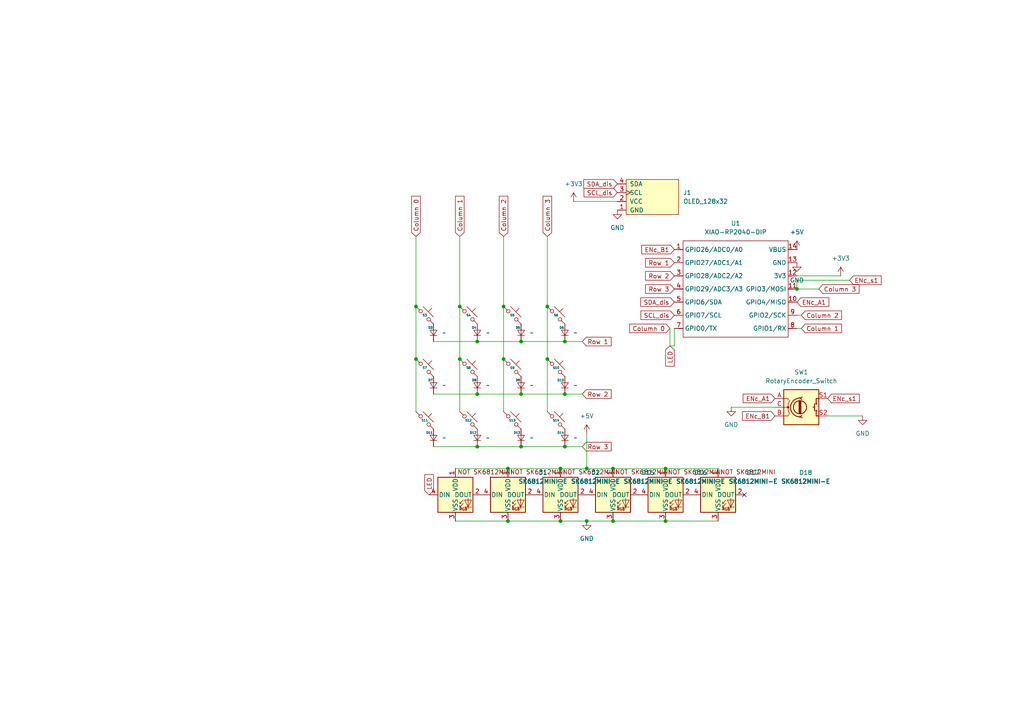
<source format=kicad_sch>
(kicad_sch
	(version 20250114)
	(generator "eeschema")
	(generator_version "9.0")
	(uuid "b5d156c9-4045-450b-87b0-c978c602423d")
	(paper "A4")
	(lib_symbols
		(symbol "Device:RotaryEncoder_Switch"
			(pin_names
				(offset 0.254)
				(hide yes)
			)
			(exclude_from_sim no)
			(in_bom yes)
			(on_board yes)
			(property "Reference" "SW"
				(at 0 6.604 0)
				(effects
					(font
						(size 1.27 1.27)
					)
				)
			)
			(property "Value" "RotaryEncoder_Switch"
				(at 0 -6.604 0)
				(effects
					(font
						(size 1.27 1.27)
					)
				)
			)
			(property "Footprint" ""
				(at -3.81 4.064 0)
				(effects
					(font
						(size 1.27 1.27)
					)
					(hide yes)
				)
			)
			(property "Datasheet" "~"
				(at 0 6.604 0)
				(effects
					(font
						(size 1.27 1.27)
					)
					(hide yes)
				)
			)
			(property "Description" "Rotary encoder, dual channel, incremental quadrate outputs, with switch"
				(at 0 0 0)
				(effects
					(font
						(size 1.27 1.27)
					)
					(hide yes)
				)
			)
			(property "ki_keywords" "rotary switch encoder switch push button"
				(at 0 0 0)
				(effects
					(font
						(size 1.27 1.27)
					)
					(hide yes)
				)
			)
			(property "ki_fp_filters" "RotaryEncoder*Switch*"
				(at 0 0 0)
				(effects
					(font
						(size 1.27 1.27)
					)
					(hide yes)
				)
			)
			(symbol "RotaryEncoder_Switch_0_1"
				(rectangle
					(start -5.08 5.08)
					(end 5.08 -5.08)
					(stroke
						(width 0.254)
						(type default)
					)
					(fill
						(type background)
					)
				)
				(polyline
					(pts
						(xy -5.08 2.54) (xy -3.81 2.54) (xy -3.81 2.032)
					)
					(stroke
						(width 0)
						(type default)
					)
					(fill
						(type none)
					)
				)
				(polyline
					(pts
						(xy -5.08 0) (xy -3.81 0) (xy -3.81 -1.016) (xy -3.302 -2.032)
					)
					(stroke
						(width 0)
						(type default)
					)
					(fill
						(type none)
					)
				)
				(polyline
					(pts
						(xy -5.08 -2.54) (xy -3.81 -2.54) (xy -3.81 -2.032)
					)
					(stroke
						(width 0)
						(type default)
					)
					(fill
						(type none)
					)
				)
				(polyline
					(pts
						(xy -4.318 0) (xy -3.81 0) (xy -3.81 1.016) (xy -3.302 2.032)
					)
					(stroke
						(width 0)
						(type default)
					)
					(fill
						(type none)
					)
				)
				(circle
					(center -3.81 0)
					(radius 0.254)
					(stroke
						(width 0)
						(type default)
					)
					(fill
						(type outline)
					)
				)
				(polyline
					(pts
						(xy -0.635 -1.778) (xy -0.635 1.778)
					)
					(stroke
						(width 0.254)
						(type default)
					)
					(fill
						(type none)
					)
				)
				(circle
					(center -0.381 0)
					(radius 1.905)
					(stroke
						(width 0.254)
						(type default)
					)
					(fill
						(type none)
					)
				)
				(polyline
					(pts
						(xy -0.381 -1.778) (xy -0.381 1.778)
					)
					(stroke
						(width 0.254)
						(type default)
					)
					(fill
						(type none)
					)
				)
				(arc
					(start -0.381 -2.794)
					(mid -3.0988 -0.0635)
					(end -0.381 2.667)
					(stroke
						(width 0.254)
						(type default)
					)
					(fill
						(type none)
					)
				)
				(polyline
					(pts
						(xy -0.127 1.778) (xy -0.127 -1.778)
					)
					(stroke
						(width 0.254)
						(type default)
					)
					(fill
						(type none)
					)
				)
				(polyline
					(pts
						(xy 0.254 2.921) (xy -0.508 2.667) (xy 0.127 2.286)
					)
					(stroke
						(width 0.254)
						(type default)
					)
					(fill
						(type none)
					)
				)
				(polyline
					(pts
						(xy 0.254 -3.048) (xy -0.508 -2.794) (xy 0.127 -2.413)
					)
					(stroke
						(width 0.254)
						(type default)
					)
					(fill
						(type none)
					)
				)
				(polyline
					(pts
						(xy 3.81 1.016) (xy 3.81 -1.016)
					)
					(stroke
						(width 0.254)
						(type default)
					)
					(fill
						(type none)
					)
				)
				(polyline
					(pts
						(xy 3.81 0) (xy 3.429 0)
					)
					(stroke
						(width 0.254)
						(type default)
					)
					(fill
						(type none)
					)
				)
				(circle
					(center 4.318 1.016)
					(radius 0.127)
					(stroke
						(width 0.254)
						(type default)
					)
					(fill
						(type none)
					)
				)
				(circle
					(center 4.318 -1.016)
					(radius 0.127)
					(stroke
						(width 0.254)
						(type default)
					)
					(fill
						(type none)
					)
				)
				(polyline
					(pts
						(xy 5.08 2.54) (xy 4.318 2.54) (xy 4.318 1.016)
					)
					(stroke
						(width 0.254)
						(type default)
					)
					(fill
						(type none)
					)
				)
				(polyline
					(pts
						(xy 5.08 -2.54) (xy 4.318 -2.54) (xy 4.318 -1.016)
					)
					(stroke
						(width 0.254)
						(type default)
					)
					(fill
						(type none)
					)
				)
			)
			(symbol "RotaryEncoder_Switch_1_1"
				(pin passive line
					(at -7.62 2.54 0)
					(length 2.54)
					(name "A"
						(effects
							(font
								(size 1.27 1.27)
							)
						)
					)
					(number "A"
						(effects
							(font
								(size 1.27 1.27)
							)
						)
					)
				)
				(pin passive line
					(at -7.62 0 0)
					(length 2.54)
					(name "C"
						(effects
							(font
								(size 1.27 1.27)
							)
						)
					)
					(number "C"
						(effects
							(font
								(size 1.27 1.27)
							)
						)
					)
				)
				(pin passive line
					(at -7.62 -2.54 0)
					(length 2.54)
					(name "B"
						(effects
							(font
								(size 1.27 1.27)
							)
						)
					)
					(number "B"
						(effects
							(font
								(size 1.27 1.27)
							)
						)
					)
				)
				(pin passive line
					(at 7.62 2.54 180)
					(length 2.54)
					(name "S1"
						(effects
							(font
								(size 1.27 1.27)
							)
						)
					)
					(number "S1"
						(effects
							(font
								(size 1.27 1.27)
							)
						)
					)
				)
				(pin passive line
					(at 7.62 -2.54 180)
					(length 2.54)
					(name "S2"
						(effects
							(font
								(size 1.27 1.27)
							)
						)
					)
					(number "S2"
						(effects
							(font
								(size 1.27 1.27)
							)
						)
					)
				)
			)
			(embedded_fonts no)
		)
		(symbol "Hackclub Symbols:SK6812MINI-E"
			(pin_names
				(offset 0.254)
			)
			(exclude_from_sim no)
			(in_bom yes)
			(on_board yes)
			(property "Reference" "D"
				(at -3.556 5.842 0)
				(effects
					(font
						(size 1.27 1.27)
					)
					(justify right bottom)
				)
			)
			(property "Value" "SK6812MINI-E"
				(at 1.27 -5.715 0)
				(effects
					(font
						(size 1.27 1.27)
						(thickness 0.254)
						(bold yes)
					)
					(justify left top)
				)
			)
			(property "Footprint" "Hackclub Footprints:MX_SK6812MINI-E_REV"
				(at 1.27 -7.62 0)
				(effects
					(font
						(size 1.27 1.27)
					)
					(justify left top)
					(hide yes)
				)
			)
			(property "Datasheet" "https://cdn-shop.adafruit.com/product-files/4960/4960_SK6812MINI-E_REV02_EN.pdf"
				(at 2.54 -9.525 0)
				(effects
					(font
						(size 1.27 1.27)
					)
					(justify left top)
					(hide yes)
				)
			)
			(property "Description" "RGB LED with integrated controller"
				(at 0 0 0)
				(effects
					(font
						(size 1.27 1.27)
					)
					(hide yes)
				)
			)
			(property "ki_keywords" "RGB LED NeoPixel Mini addressable"
				(at 0 0 0)
				(effects
					(font
						(size 1.27 1.27)
					)
					(hide yes)
				)
			)
			(property "ki_fp_filters" "LED*SK6812MINI*PLCC*3.5x3.5mm*P1.75mm*"
				(at 0 0 0)
				(effects
					(font
						(size 1.27 1.27)
					)
					(hide yes)
				)
			)
			(symbol "SK6812MINI-E_0_0"
				(text "RGB"
					(at 2.286 -4.191 0)
					(effects
						(font
							(size 0.762 0.762)
						)
					)
				)
			)
			(symbol "SK6812MINI-E_0_1"
				(rectangle
					(start -5.08 5.08)
					(end 5.08 -5.08)
					(stroke
						(width 0.254)
						(type default)
					)
					(fill
						(type background)
					)
				)
				(polyline
					(pts
						(xy 1.27 -2.54) (xy 1.778 -2.54)
					)
					(stroke
						(width 0)
						(type default)
					)
					(fill
						(type none)
					)
				)
				(polyline
					(pts
						(xy 1.27 -3.556) (xy 1.778 -3.556)
					)
					(stroke
						(width 0)
						(type default)
					)
					(fill
						(type none)
					)
				)
				(polyline
					(pts
						(xy 2.286 -1.524) (xy 1.27 -2.54) (xy 1.27 -2.032)
					)
					(stroke
						(width 0)
						(type default)
					)
					(fill
						(type none)
					)
				)
				(polyline
					(pts
						(xy 2.286 -2.54) (xy 1.27 -3.556) (xy 1.27 -3.048)
					)
					(stroke
						(width 0)
						(type default)
					)
					(fill
						(type none)
					)
				)
				(polyline
					(pts
						(xy 3.683 -1.016) (xy 3.683 -3.556) (xy 3.683 -4.064)
					)
					(stroke
						(width 0)
						(type default)
					)
					(fill
						(type none)
					)
				)
				(polyline
					(pts
						(xy 4.699 -1.524) (xy 2.667 -1.524) (xy 3.683 -3.556) (xy 4.699 -1.524)
					)
					(stroke
						(width 0)
						(type default)
					)
					(fill
						(type none)
					)
				)
				(polyline
					(pts
						(xy 4.699 -3.556) (xy 2.667 -3.556)
					)
					(stroke
						(width 0)
						(type default)
					)
					(fill
						(type none)
					)
				)
			)
			(symbol "SK6812MINI-E_1_1"
				(text "NOT SK6812MINI"
					(at 8.636 6.604 0)
					(effects
						(font
							(size 1.27 1.27)
						)
					)
				)
				(pin input line
					(at -7.62 0 0)
					(length 2.54)
					(name "DIN"
						(effects
							(font
								(size 1.27 1.27)
							)
						)
					)
					(number "4"
						(effects
							(font
								(size 1.27 1.27)
							)
						)
					)
				)
				(pin power_in line
					(at 0 7.62 270)
					(length 2.54)
					(name "VDD"
						(effects
							(font
								(size 1.27 1.27)
							)
						)
					)
					(number "1"
						(effects
							(font
								(size 1.27 1.27)
							)
						)
					)
				)
				(pin power_in line
					(at 0 -7.62 90)
					(length 2.54)
					(name "VSS"
						(effects
							(font
								(size 1.27 1.27)
							)
						)
					)
					(number "3"
						(effects
							(font
								(size 1.27 1.27)
							)
						)
					)
				)
				(pin output line
					(at 7.62 0 180)
					(length 2.54)
					(name "DOUT"
						(effects
							(font
								(size 1.27 1.27)
							)
						)
					)
					(number "2"
						(effects
							(font
								(size 1.27 1.27)
							)
						)
					)
				)
			)
			(embedded_fonts no)
		)
		(symbol "ScottoKeebs:OLED_128x32"
			(pin_names
				(offset 1.016)
			)
			(exclude_from_sim no)
			(in_bom yes)
			(on_board yes)
			(property "Reference" "J"
				(at 0 -6.35 0)
				(effects
					(font
						(size 1.27 1.27)
					)
				)
			)
			(property "Value" "OLED_128x32"
				(at 0 6.35 0)
				(effects
					(font
						(size 1.27 1.27)
					)
				)
			)
			(property "Footprint" "ScottoKeebs_Components:OLED_128x32"
				(at 0 8.89 0)
				(effects
					(font
						(size 1.27 1.27)
					)
					(hide yes)
				)
			)
			(property "Datasheet" ""
				(at 0 1.27 0)
				(effects
					(font
						(size 1.27 1.27)
					)
					(hide yes)
				)
			)
			(property "Description" ""
				(at 0 0 0)
				(effects
					(font
						(size 1.27 1.27)
					)
					(hide yes)
				)
			)
			(symbol "OLED_128x32_0_1"
				(rectangle
					(start 0 5.08)
					(end 15.24 -5.08)
					(stroke
						(width 0)
						(type default)
					)
					(fill
						(type background)
					)
				)
			)
			(symbol "OLED_128x32_1_1"
				(pin bidirectional line
					(at -2.54 3.81 0)
					(length 2.54)
					(name "SDA"
						(effects
							(font
								(size 1.27 1.27)
							)
						)
					)
					(number "4"
						(effects
							(font
								(size 1.27 1.27)
							)
						)
					)
				)
				(pin input clock
					(at -2.54 1.27 0)
					(length 2.54)
					(name "SCL"
						(effects
							(font
								(size 1.27 1.27)
							)
						)
					)
					(number "3"
						(effects
							(font
								(size 1.27 1.27)
							)
						)
					)
				)
				(pin power_in line
					(at -2.54 -1.27 0)
					(length 2.54)
					(name "VCC"
						(effects
							(font
								(size 1.27 1.27)
							)
						)
					)
					(number "2"
						(effects
							(font
								(size 1.27 1.27)
							)
						)
					)
				)
				(pin power_in line
					(at -2.54 -3.81 0)
					(length 2.54)
					(name "GND"
						(effects
							(font
								(size 1.27 1.27)
							)
						)
					)
					(number "1"
						(effects
							(font
								(size 1.27 1.27)
							)
						)
					)
				)
			)
			(embedded_fonts no)
		)
		(symbol "ScottoKeebs:Placeholder_Diode"
			(pin_numbers
				(hide yes)
			)
			(pin_names
				(hide yes)
			)
			(exclude_from_sim no)
			(in_bom yes)
			(on_board yes)
			(property "Reference" "D"
				(at -0.15 1.066 0)
				(do_not_autoplace)
				(effects
					(font
						(size 0.635 0.635)
						(thickness 0.127)
						(bold yes)
					)
					(justify right bottom)
				)
			)
			(property "Value" ""
				(at 2.54 0 90)
				(effects
					(font
						(size 1.27 1.27)
					)
				)
			)
			(property "Footprint" ""
				(at 0 0 90)
				(effects
					(font
						(size 1.27 1.27)
					)
					(hide yes)
				)
			)
			(property "Datasheet" ""
				(at 0 0 90)
				(effects
					(font
						(size 1.27 1.27)
					)
					(hide yes)
				)
			)
			(property "Description" ""
				(at 3.81 0 90)
				(effects
					(font
						(size 1.27 1.27)
					)
					(hide yes)
				)
			)
			(property "ki_keywords" "diode"
				(at 0 0 0)
				(effects
					(font
						(size 1.27 1.27)
					)
					(hide yes)
				)
			)
			(property "ki_fp_filters" "D*DO?35*"
				(at 0 0 0)
				(effects
					(font
						(size 1.27 1.27)
					)
					(hide yes)
				)
			)
			(symbol "Placeholder_Diode_0_1"
				(polyline
					(pts
						(xy 0 -0.762) (xy 0 0.762)
					)
					(stroke
						(width 0)
						(type default)
					)
					(fill
						(type none)
					)
				)
			)
			(symbol "Placeholder_Diode_1_1"
				(polyline
					(pts
						(xy 1.016 0.762) (xy 0 -0.762) (xy -1.016 0.762) (xy 1.016 0.762)
					)
					(stroke
						(width 0.1524)
						(type default)
					)
					(fill
						(type none)
					)
				)
				(polyline
					(pts
						(xy 1.016 -0.762) (xy -1.016 -0.762)
					)
					(stroke
						(width 0.1524)
						(type default)
					)
					(fill
						(type none)
					)
				)
				(pin passive line
					(at 0 2.54 270)
					(length 1.778)
					(name "A"
						(effects
							(font
								(size 1.27 1.27)
							)
						)
					)
					(number "2"
						(effects
							(font
								(size 1.27 1.27)
							)
						)
					)
				)
				(pin passive line
					(at 0 -2.54 90)
					(length 1.778)
					(name "K"
						(effects
							(font
								(size 1.27 1.27)
							)
						)
					)
					(number "1"
						(effects
							(font
								(size 1.27 1.27)
							)
						)
					)
				)
			)
			(embedded_fonts no)
		)
		(symbol "ScottoKeebs:Placeholder_Keyswitch"
			(pin_numbers
				(hide yes)
			)
			(pin_names
				(offset 1.016)
				(hide yes)
			)
			(exclude_from_sim no)
			(in_bom yes)
			(on_board yes)
			(property "Reference" "S"
				(at 0 0 0)
				(do_not_autoplace)
				(effects
					(font
						(size 0.635 0.635)
						(thickness 0.127)
						(bold yes)
					)
				)
			)
			(property "Value" ""
				(at 0 -3.81 0)
				(effects
					(font
						(size 1.27 1.27)
					)
				)
			)
			(property "Footprint" ""
				(at 0 0 0)
				(effects
					(font
						(size 1.27 1.27)
					)
					(hide yes)
				)
			)
			(property "Datasheet" ""
				(at -2.54 -1.778 0)
				(effects
					(font
						(size 1.27 1.27)
					)
					(hide yes)
				)
			)
			(property "Description" ""
				(at 0 0 0)
				(effects
					(font
						(size 1.27 1.27)
					)
					(hide yes)
				)
			)
			(property "ki_keywords" "switch normally-open pushbutton push-button"
				(at 0 0 0)
				(effects
					(font
						(size 1.27 1.27)
					)
					(hide yes)
				)
			)
			(symbol "Placeholder_Keyswitch_0_1"
				(polyline
					(pts
						(xy -2.54 2.54) (xy -1.524 1.524) (xy -1.524 1.524)
					)
					(stroke
						(width 0)
						(type default)
					)
					(fill
						(type none)
					)
				)
				(circle
					(center -1.1684 1.1684)
					(radius 0.508)
					(stroke
						(width 0)
						(type default)
					)
					(fill
						(type none)
					)
				)
				(polyline
					(pts
						(xy -0.508 2.54) (xy 2.54 -0.508)
					)
					(stroke
						(width 0)
						(type default)
					)
					(fill
						(type none)
					)
				)
				(polyline
					(pts
						(xy 1.016 1.016) (xy 2.032 2.032)
					)
					(stroke
						(width 0)
						(type default)
					)
					(fill
						(type none)
					)
				)
				(circle
					(center 1.143 -1.1938)
					(radius 0.508)
					(stroke
						(width 0)
						(type default)
					)
					(fill
						(type none)
					)
				)
				(polyline
					(pts
						(xy 1.524 -1.524) (xy 2.54 -2.54) (xy 2.54 -2.54) (xy 2.54 -2.54)
					)
					(stroke
						(width 0)
						(type default)
					)
					(fill
						(type none)
					)
				)
				(pin passive line
					(at -2.54 2.54 0)
					(length 0)
					(name "1"
						(effects
							(font
								(size 1.27 1.27)
							)
						)
					)
					(number "1"
						(effects
							(font
								(size 1.27 1.27)
							)
						)
					)
				)
				(pin passive line
					(at 2.54 -2.54 180)
					(length 0)
					(name "2"
						(effects
							(font
								(size 1.27 1.27)
							)
						)
					)
					(number "2"
						(effects
							(font
								(size 1.27 1.27)
							)
						)
					)
				)
			)
			(embedded_fonts no)
		)
		(symbol "Seeed_Studio_XIAO_Series:XIAO-RP2040-DIP"
			(exclude_from_sim no)
			(in_bom yes)
			(on_board yes)
			(property "Reference" "U"
				(at 0 0 0)
				(effects
					(font
						(size 1.27 1.27)
					)
				)
			)
			(property "Value" "XIAO-RP2040-DIP"
				(at 5.334 -1.778 0)
				(effects
					(font
						(size 1.27 1.27)
					)
				)
			)
			(property "Footprint" "Module:MOUDLE14P-XIAO-DIP-SMD"
				(at 14.478 -32.258 0)
				(effects
					(font
						(size 1.27 1.27)
					)
					(hide yes)
				)
			)
			(property "Datasheet" ""
				(at 0 0 0)
				(effects
					(font
						(size 1.27 1.27)
					)
					(hide yes)
				)
			)
			(property "Description" ""
				(at 0 0 0)
				(effects
					(font
						(size 1.27 1.27)
					)
					(hide yes)
				)
			)
			(symbol "XIAO-RP2040-DIP_1_0"
				(polyline
					(pts
						(xy -1.27 -2.54) (xy 29.21 -2.54)
					)
					(stroke
						(width 0.1524)
						(type solid)
					)
					(fill
						(type none)
					)
				)
				(polyline
					(pts
						(xy -1.27 -5.08) (xy -2.54 -5.08)
					)
					(stroke
						(width 0.1524)
						(type solid)
					)
					(fill
						(type none)
					)
				)
				(polyline
					(pts
						(xy -1.27 -5.08) (xy -1.27 -2.54)
					)
					(stroke
						(width 0.1524)
						(type solid)
					)
					(fill
						(type none)
					)
				)
				(polyline
					(pts
						(xy -1.27 -8.89) (xy -2.54 -8.89)
					)
					(stroke
						(width 0.1524)
						(type solid)
					)
					(fill
						(type none)
					)
				)
				(polyline
					(pts
						(xy -1.27 -8.89) (xy -1.27 -5.08)
					)
					(stroke
						(width 0.1524)
						(type solid)
					)
					(fill
						(type none)
					)
				)
				(polyline
					(pts
						(xy -1.27 -12.7) (xy -2.54 -12.7)
					)
					(stroke
						(width 0.1524)
						(type solid)
					)
					(fill
						(type none)
					)
				)
				(polyline
					(pts
						(xy -1.27 -12.7) (xy -1.27 -8.89)
					)
					(stroke
						(width 0.1524)
						(type solid)
					)
					(fill
						(type none)
					)
				)
				(polyline
					(pts
						(xy -1.27 -16.51) (xy -2.54 -16.51)
					)
					(stroke
						(width 0.1524)
						(type solid)
					)
					(fill
						(type none)
					)
				)
				(polyline
					(pts
						(xy -1.27 -16.51) (xy -1.27 -12.7)
					)
					(stroke
						(width 0.1524)
						(type solid)
					)
					(fill
						(type none)
					)
				)
				(polyline
					(pts
						(xy -1.27 -20.32) (xy -2.54 -20.32)
					)
					(stroke
						(width 0.1524)
						(type solid)
					)
					(fill
						(type none)
					)
				)
				(polyline
					(pts
						(xy -1.27 -24.13) (xy -2.54 -24.13)
					)
					(stroke
						(width 0.1524)
						(type solid)
					)
					(fill
						(type none)
					)
				)
				(polyline
					(pts
						(xy -1.27 -27.94) (xy -2.54 -27.94)
					)
					(stroke
						(width 0.1524)
						(type solid)
					)
					(fill
						(type none)
					)
				)
				(polyline
					(pts
						(xy -1.27 -30.48) (xy -1.27 -16.51)
					)
					(stroke
						(width 0.1524)
						(type solid)
					)
					(fill
						(type none)
					)
				)
				(polyline
					(pts
						(xy 29.21 -2.54) (xy 29.21 -5.08)
					)
					(stroke
						(width 0.1524)
						(type solid)
					)
					(fill
						(type none)
					)
				)
				(polyline
					(pts
						(xy 29.21 -5.08) (xy 29.21 -8.89)
					)
					(stroke
						(width 0.1524)
						(type solid)
					)
					(fill
						(type none)
					)
				)
				(polyline
					(pts
						(xy 29.21 -8.89) (xy 29.21 -12.7)
					)
					(stroke
						(width 0.1524)
						(type solid)
					)
					(fill
						(type none)
					)
				)
				(polyline
					(pts
						(xy 29.21 -12.7) (xy 29.21 -30.48)
					)
					(stroke
						(width 0.1524)
						(type solid)
					)
					(fill
						(type none)
					)
				)
				(polyline
					(pts
						(xy 29.21 -30.48) (xy -1.27 -30.48)
					)
					(stroke
						(width 0.1524)
						(type solid)
					)
					(fill
						(type none)
					)
				)
				(polyline
					(pts
						(xy 30.48 -5.08) (xy 29.21 -5.08)
					)
					(stroke
						(width 0.1524)
						(type solid)
					)
					(fill
						(type none)
					)
				)
				(polyline
					(pts
						(xy 30.48 -8.89) (xy 29.21 -8.89)
					)
					(stroke
						(width 0.1524)
						(type solid)
					)
					(fill
						(type none)
					)
				)
				(polyline
					(pts
						(xy 30.48 -12.7) (xy 29.21 -12.7)
					)
					(stroke
						(width 0.1524)
						(type solid)
					)
					(fill
						(type none)
					)
				)
				(polyline
					(pts
						(xy 30.48 -16.51) (xy 29.21 -16.51)
					)
					(stroke
						(width 0.1524)
						(type solid)
					)
					(fill
						(type none)
					)
				)
				(polyline
					(pts
						(xy 30.48 -20.32) (xy 29.21 -20.32)
					)
					(stroke
						(width 0.1524)
						(type solid)
					)
					(fill
						(type none)
					)
				)
				(polyline
					(pts
						(xy 30.48 -24.13) (xy 29.21 -24.13)
					)
					(stroke
						(width 0.1524)
						(type solid)
					)
					(fill
						(type none)
					)
				)
				(polyline
					(pts
						(xy 30.48 -27.94) (xy 29.21 -27.94)
					)
					(stroke
						(width 0.1524)
						(type solid)
					)
					(fill
						(type none)
					)
				)
				(pin passive line
					(at -3.81 -5.08 0)
					(length 2.54)
					(name "GPIO26/ADC0/A0"
						(effects
							(font
								(size 1.27 1.27)
							)
						)
					)
					(number "1"
						(effects
							(font
								(size 1.27 1.27)
							)
						)
					)
				)
				(pin passive line
					(at -3.81 -8.89 0)
					(length 2.54)
					(name "GPIO27/ADC1/A1"
						(effects
							(font
								(size 1.27 1.27)
							)
						)
					)
					(number "2"
						(effects
							(font
								(size 1.27 1.27)
							)
						)
					)
				)
				(pin passive line
					(at -3.81 -12.7 0)
					(length 2.54)
					(name "GPIO28/ADC2/A2"
						(effects
							(font
								(size 1.27 1.27)
							)
						)
					)
					(number "3"
						(effects
							(font
								(size 1.27 1.27)
							)
						)
					)
				)
				(pin passive line
					(at -3.81 -16.51 0)
					(length 2.54)
					(name "GPIO29/ADC3/A3"
						(effects
							(font
								(size 1.27 1.27)
							)
						)
					)
					(number "4"
						(effects
							(font
								(size 1.27 1.27)
							)
						)
					)
				)
				(pin passive line
					(at -3.81 -20.32 0)
					(length 2.54)
					(name "GPIO6/SDA"
						(effects
							(font
								(size 1.27 1.27)
							)
						)
					)
					(number "5"
						(effects
							(font
								(size 1.27 1.27)
							)
						)
					)
				)
				(pin passive line
					(at -3.81 -24.13 0)
					(length 2.54)
					(name "GPIO7/SCL"
						(effects
							(font
								(size 1.27 1.27)
							)
						)
					)
					(number "6"
						(effects
							(font
								(size 1.27 1.27)
							)
						)
					)
				)
				(pin passive line
					(at -3.81 -27.94 0)
					(length 2.54)
					(name "GPIO0/TX"
						(effects
							(font
								(size 1.27 1.27)
							)
						)
					)
					(number "7"
						(effects
							(font
								(size 1.27 1.27)
							)
						)
					)
				)
				(pin passive line
					(at 31.75 -5.08 180)
					(length 2.54)
					(name "VBUS"
						(effects
							(font
								(size 1.27 1.27)
							)
						)
					)
					(number "14"
						(effects
							(font
								(size 1.27 1.27)
							)
						)
					)
				)
				(pin passive line
					(at 31.75 -8.89 180)
					(length 2.54)
					(name "GND"
						(effects
							(font
								(size 1.27 1.27)
							)
						)
					)
					(number "13"
						(effects
							(font
								(size 1.27 1.27)
							)
						)
					)
				)
				(pin passive line
					(at 31.75 -12.7 180)
					(length 2.54)
					(name "3V3"
						(effects
							(font
								(size 1.27 1.27)
							)
						)
					)
					(number "12"
						(effects
							(font
								(size 1.27 1.27)
							)
						)
					)
				)
				(pin passive line
					(at 31.75 -16.51 180)
					(length 2.54)
					(name "GPIO3/MOSI"
						(effects
							(font
								(size 1.27 1.27)
							)
						)
					)
					(number "11"
						(effects
							(font
								(size 1.27 1.27)
							)
						)
					)
				)
				(pin passive line
					(at 31.75 -20.32 180)
					(length 2.54)
					(name "GPIO4/MISO"
						(effects
							(font
								(size 1.27 1.27)
							)
						)
					)
					(number "10"
						(effects
							(font
								(size 1.27 1.27)
							)
						)
					)
				)
				(pin passive line
					(at 31.75 -24.13 180)
					(length 2.54)
					(name "GPIO2/SCK"
						(effects
							(font
								(size 1.27 1.27)
							)
						)
					)
					(number "9"
						(effects
							(font
								(size 1.27 1.27)
							)
						)
					)
				)
				(pin passive line
					(at 31.75 -27.94 180)
					(length 2.54)
					(name "GPIO1/RX"
						(effects
							(font
								(size 1.27 1.27)
							)
						)
					)
					(number "8"
						(effects
							(font
								(size 1.27 1.27)
							)
						)
					)
				)
			)
			(embedded_fonts no)
		)
		(symbol "power:+3V3"
			(power)
			(pin_numbers
				(hide yes)
			)
			(pin_names
				(offset 0)
				(hide yes)
			)
			(exclude_from_sim no)
			(in_bom yes)
			(on_board yes)
			(property "Reference" "#PWR"
				(at 0 -3.81 0)
				(effects
					(font
						(size 1.27 1.27)
					)
					(hide yes)
				)
			)
			(property "Value" "+3V3"
				(at 0 3.556 0)
				(effects
					(font
						(size 1.27 1.27)
					)
				)
			)
			(property "Footprint" ""
				(at 0 0 0)
				(effects
					(font
						(size 1.27 1.27)
					)
					(hide yes)
				)
			)
			(property "Datasheet" ""
				(at 0 0 0)
				(effects
					(font
						(size 1.27 1.27)
					)
					(hide yes)
				)
			)
			(property "Description" "Power symbol creates a global label with name \"+3V3\""
				(at 0 0 0)
				(effects
					(font
						(size 1.27 1.27)
					)
					(hide yes)
				)
			)
			(property "ki_keywords" "global power"
				(at 0 0 0)
				(effects
					(font
						(size 1.27 1.27)
					)
					(hide yes)
				)
			)
			(symbol "+3V3_0_1"
				(polyline
					(pts
						(xy -0.762 1.27) (xy 0 2.54)
					)
					(stroke
						(width 0)
						(type default)
					)
					(fill
						(type none)
					)
				)
				(polyline
					(pts
						(xy 0 2.54) (xy 0.762 1.27)
					)
					(stroke
						(width 0)
						(type default)
					)
					(fill
						(type none)
					)
				)
				(polyline
					(pts
						(xy 0 0) (xy 0 2.54)
					)
					(stroke
						(width 0)
						(type default)
					)
					(fill
						(type none)
					)
				)
			)
			(symbol "+3V3_1_1"
				(pin power_in line
					(at 0 0 90)
					(length 0)
					(name "~"
						(effects
							(font
								(size 1.27 1.27)
							)
						)
					)
					(number "1"
						(effects
							(font
								(size 1.27 1.27)
							)
						)
					)
				)
			)
			(embedded_fonts no)
		)
		(symbol "power:+5V"
			(power)
			(pin_numbers
				(hide yes)
			)
			(pin_names
				(offset 0)
				(hide yes)
			)
			(exclude_from_sim no)
			(in_bom yes)
			(on_board yes)
			(property "Reference" "#PWR"
				(at 0 -3.81 0)
				(effects
					(font
						(size 1.27 1.27)
					)
					(hide yes)
				)
			)
			(property "Value" "+5V"
				(at 0 3.556 0)
				(effects
					(font
						(size 1.27 1.27)
					)
				)
			)
			(property "Footprint" ""
				(at 0 0 0)
				(effects
					(font
						(size 1.27 1.27)
					)
					(hide yes)
				)
			)
			(property "Datasheet" ""
				(at 0 0 0)
				(effects
					(font
						(size 1.27 1.27)
					)
					(hide yes)
				)
			)
			(property "Description" "Power symbol creates a global label with name \"+5V\""
				(at 0 0 0)
				(effects
					(font
						(size 1.27 1.27)
					)
					(hide yes)
				)
			)
			(property "ki_keywords" "global power"
				(at 0 0 0)
				(effects
					(font
						(size 1.27 1.27)
					)
					(hide yes)
				)
			)
			(symbol "+5V_0_1"
				(polyline
					(pts
						(xy -0.762 1.27) (xy 0 2.54)
					)
					(stroke
						(width 0)
						(type default)
					)
					(fill
						(type none)
					)
				)
				(polyline
					(pts
						(xy 0 2.54) (xy 0.762 1.27)
					)
					(stroke
						(width 0)
						(type default)
					)
					(fill
						(type none)
					)
				)
				(polyline
					(pts
						(xy 0 0) (xy 0 2.54)
					)
					(stroke
						(width 0)
						(type default)
					)
					(fill
						(type none)
					)
				)
			)
			(symbol "+5V_1_1"
				(pin power_in line
					(at 0 0 90)
					(length 0)
					(name "~"
						(effects
							(font
								(size 1.27 1.27)
							)
						)
					)
					(number "1"
						(effects
							(font
								(size 1.27 1.27)
							)
						)
					)
				)
			)
			(embedded_fonts no)
		)
		(symbol "power:GND"
			(power)
			(pin_numbers
				(hide yes)
			)
			(pin_names
				(offset 0)
				(hide yes)
			)
			(exclude_from_sim no)
			(in_bom yes)
			(on_board yes)
			(property "Reference" "#PWR"
				(at 0 -6.35 0)
				(effects
					(font
						(size 1.27 1.27)
					)
					(hide yes)
				)
			)
			(property "Value" "GND"
				(at 0 -3.81 0)
				(effects
					(font
						(size 1.27 1.27)
					)
				)
			)
			(property "Footprint" ""
				(at 0 0 0)
				(effects
					(font
						(size 1.27 1.27)
					)
					(hide yes)
				)
			)
			(property "Datasheet" ""
				(at 0 0 0)
				(effects
					(font
						(size 1.27 1.27)
					)
					(hide yes)
				)
			)
			(property "Description" "Power symbol creates a global label with name \"GND\" , ground"
				(at 0 0 0)
				(effects
					(font
						(size 1.27 1.27)
					)
					(hide yes)
				)
			)
			(property "ki_keywords" "global power"
				(at 0 0 0)
				(effects
					(font
						(size 1.27 1.27)
					)
					(hide yes)
				)
			)
			(symbol "GND_0_1"
				(polyline
					(pts
						(xy 0 0) (xy 0 -1.27) (xy 1.27 -1.27) (xy 0 -2.54) (xy -1.27 -1.27) (xy 0 -1.27)
					)
					(stroke
						(width 0)
						(type default)
					)
					(fill
						(type none)
					)
				)
			)
			(symbol "GND_1_1"
				(pin power_in line
					(at 0 0 270)
					(length 0)
					(name "~"
						(effects
							(font
								(size 1.27 1.27)
							)
						)
					)
					(number "1"
						(effects
							(font
								(size 1.27 1.27)
							)
						)
					)
				)
			)
			(embedded_fonts no)
		)
	)
	(junction
		(at 170.18 151.13)
		(diameter 0)
		(color 0 0 0 0)
		(uuid "0386858b-150f-478d-8e15-8fc5d4d930e5")
	)
	(junction
		(at 147.32 151.13)
		(diameter 0)
		(color 0 0 0 0)
		(uuid "0ff37b16-c78b-42b4-a3d2-c7ea6cdae1db")
	)
	(junction
		(at 133.35 88.9)
		(diameter 0)
		(color 0 0 0 0)
		(uuid "15e9bbfa-3b71-467a-993f-19f30d633b5b")
	)
	(junction
		(at 146.05 104.14)
		(diameter 0)
		(color 0 0 0 0)
		(uuid "1878d0e4-bcd6-4ced-8a8c-d02e2d65833f")
	)
	(junction
		(at 193.04 151.13)
		(diameter 0)
		(color 0 0 0 0)
		(uuid "20ce2b5c-b53c-4fb2-b84c-21fdbcdd871a")
	)
	(junction
		(at 151.13 129.54)
		(diameter 0)
		(color 0 0 0 0)
		(uuid "27b8d275-cfbf-4416-b577-b15773936ed8")
	)
	(junction
		(at 177.8 135.89)
		(diameter 0)
		(color 0 0 0 0)
		(uuid "294fc1ca-7502-4173-b9ef-14ff156fb5b9")
	)
	(junction
		(at 133.35 104.14)
		(diameter 0)
		(color 0 0 0 0)
		(uuid "3ab853d7-7b12-41a8-ac80-4592202e0498")
	)
	(junction
		(at 120.65 104.14)
		(diameter 0)
		(color 0 0 0 0)
		(uuid "3d3fb705-2ee8-45bc-9aff-2e658a0e3b6d")
	)
	(junction
		(at 138.43 129.54)
		(diameter 0)
		(color 0 0 0 0)
		(uuid "40338343-2ab6-41ce-a7ba-034549e7e284")
	)
	(junction
		(at 138.43 114.3)
		(diameter 0)
		(color 0 0 0 0)
		(uuid "4204eb19-e580-4082-b364-fe03a8edbe65")
	)
	(junction
		(at 146.05 88.9)
		(diameter 0)
		(color 0 0 0 0)
		(uuid "52f35213-7b71-43c6-a1b4-a9c31a660cc6")
	)
	(junction
		(at 163.83 114.3)
		(diameter 0)
		(color 0 0 0 0)
		(uuid "557ae7ed-bba8-4f4c-95a7-74e25d2aaa92")
	)
	(junction
		(at 162.56 151.13)
		(diameter 0)
		(color 0 0 0 0)
		(uuid "5dcb8700-3d81-4629-bf83-c3784e4066e2")
	)
	(junction
		(at 163.83 99.06)
		(diameter 0)
		(color 0 0 0 0)
		(uuid "87fa960a-3bae-4a0c-b0a7-3ef67948f652")
	)
	(junction
		(at 193.04 135.89)
		(diameter 0)
		(color 0 0 0 0)
		(uuid "8a1e72ad-05f3-4c4a-bf9c-534bb17c8377")
	)
	(junction
		(at 151.13 99.06)
		(diameter 0)
		(color 0 0 0 0)
		(uuid "8aec91fb-e606-45c8-9b53-9537465ec8f8")
	)
	(junction
		(at 231.14 83.82)
		(diameter 0)
		(color 0 0 0 0)
		(uuid "9ed24f33-0ede-4bfb-961a-756f31520c2f")
	)
	(junction
		(at 120.65 88.9)
		(diameter 0)
		(color 0 0 0 0)
		(uuid "a36bfd91-6ecc-4025-a5d4-bb23b330d96d")
	)
	(junction
		(at 158.75 88.9)
		(diameter 0)
		(color 0 0 0 0)
		(uuid "ad3f6570-211a-4210-ad68-c5ee12257c0c")
	)
	(junction
		(at 158.75 104.14)
		(diameter 0)
		(color 0 0 0 0)
		(uuid "b67f76f3-8e4b-4876-99a6-2009fe08aeb6")
	)
	(junction
		(at 147.32 135.89)
		(diameter 0)
		(color 0 0 0 0)
		(uuid "bcfc5345-f2f2-4a39-9053-68f2865084b0")
	)
	(junction
		(at 170.18 135.89)
		(diameter 0)
		(color 0 0 0 0)
		(uuid "c38d7f7b-fdc1-4323-82db-79c9ff15dc93")
	)
	(junction
		(at 138.43 99.06)
		(diameter 0)
		(color 0 0 0 0)
		(uuid "d0079965-f3f0-43b9-a7fa-8f8cfef0f26f")
	)
	(junction
		(at 162.56 135.89)
		(diameter 0)
		(color 0 0 0 0)
		(uuid "d0c7a2fb-4e99-4915-a4dd-98cb22c3fc93")
	)
	(junction
		(at 151.13 114.3)
		(diameter 0)
		(color 0 0 0 0)
		(uuid "d36e247b-169a-4d5b-915e-8586b573d53e")
	)
	(junction
		(at 163.83 129.54)
		(diameter 0)
		(color 0 0 0 0)
		(uuid "e4ed1fc5-ab2f-4345-abdc-f0ae186368a6")
	)
	(junction
		(at 177.8 151.13)
		(diameter 0)
		(color 0 0 0 0)
		(uuid "f9818e94-b0cd-4813-b4ac-87239b494d06")
	)
	(no_connect
		(at 215.9 143.51)
		(uuid "3c34e9de-84f0-4d9e-bb17-1917d923f8a3")
	)
	(wire
		(pts
			(xy 158.75 68.58) (xy 158.75 88.9)
		)
		(stroke
			(width 0)
			(type default)
		)
		(uuid "0361f90a-f324-4301-ae80-7dffb03f5a02")
	)
	(wire
		(pts
			(xy 120.65 68.58) (xy 120.65 88.9)
		)
		(stroke
			(width 0)
			(type default)
		)
		(uuid "08a0354f-09d5-4300-9c94-a2d65f39b0e1")
	)
	(wire
		(pts
			(xy 138.43 99.06) (xy 151.13 99.06)
		)
		(stroke
			(width 0)
			(type default)
		)
		(uuid "0f6b1e3f-a8a7-4bf2-baa4-2041241f9e68")
	)
	(wire
		(pts
			(xy 170.18 125.73) (xy 170.18 135.89)
		)
		(stroke
			(width 0)
			(type default)
		)
		(uuid "1887e2a7-1129-4576-8f29-fa374c2a2d02")
	)
	(wire
		(pts
			(xy 146.05 104.14) (xy 146.05 119.38)
		)
		(stroke
			(width 0)
			(type default)
		)
		(uuid "37747374-d097-45b7-9c9a-4de81661a4ac")
	)
	(wire
		(pts
			(xy 147.32 151.13) (xy 162.56 151.13)
		)
		(stroke
			(width 0)
			(type default)
		)
		(uuid "395fb592-a312-45e0-8ac0-57a93155a1cd")
	)
	(wire
		(pts
			(xy 133.35 68.58) (xy 133.35 88.9)
		)
		(stroke
			(width 0)
			(type default)
		)
		(uuid "3de429f3-bc06-4e4c-9811-cf43896dd75c")
	)
	(wire
		(pts
			(xy 163.83 129.54) (xy 168.91 129.54)
		)
		(stroke
			(width 0)
			(type default)
		)
		(uuid "3f99d719-5cc2-4a69-ac11-54362a9154a3")
	)
	(wire
		(pts
			(xy 194.31 100.33) (xy 194.31 95.25)
		)
		(stroke
			(width 0)
			(type default)
		)
		(uuid "403ca12c-5c18-4dc1-bd24-ef5ac290aaa3")
	)
	(wire
		(pts
			(xy 194.31 100.33) (xy 195.58 100.33)
		)
		(stroke
			(width 0)
			(type default)
		)
		(uuid "479f57c1-9557-4a27-afd5-7deff67518e3")
	)
	(wire
		(pts
			(xy 195.58 100.33) (xy 195.58 95.25)
		)
		(stroke
			(width 0)
			(type default)
		)
		(uuid "55287460-f595-41cd-9290-da0b31d01e0d")
	)
	(wire
		(pts
			(xy 120.65 88.9) (xy 120.65 104.14)
		)
		(stroke
			(width 0)
			(type default)
		)
		(uuid "56901b85-a03f-47f4-92dd-ac5b082b3165")
	)
	(wire
		(pts
			(xy 146.05 68.58) (xy 146.05 88.9)
		)
		(stroke
			(width 0)
			(type default)
		)
		(uuid "5c30b81f-1363-4bd8-9e89-02abd92fe2fc")
	)
	(wire
		(pts
			(xy 231.14 80.01) (xy 243.84 80.01)
		)
		(stroke
			(width 0)
			(type default)
		)
		(uuid "5e5f18be-5815-4b37-8339-cb6a843421e2")
	)
	(wire
		(pts
			(xy 166.37 58.42) (xy 179.07 58.42)
		)
		(stroke
			(width 0)
			(type default)
		)
		(uuid "616db14f-5c20-43be-8845-8c4c0364e8c6")
	)
	(wire
		(pts
			(xy 132.08 151.13) (xy 147.32 151.13)
		)
		(stroke
			(width 0)
			(type default)
		)
		(uuid "6180b0ee-75fb-46d6-a5ca-012a209b4396")
	)
	(wire
		(pts
			(xy 158.75 119.38) (xy 158.75 104.14)
		)
		(stroke
			(width 0)
			(type default)
		)
		(uuid "6b31efac-ac51-4440-8e61-5a03731ba2e5")
	)
	(wire
		(pts
			(xy 231.14 91.44) (xy 232.41 91.44)
		)
		(stroke
			(width 0)
			(type default)
		)
		(uuid "744be90d-f9e5-460d-a3dd-fd2d6c325687")
	)
	(wire
		(pts
			(xy 147.32 135.89) (xy 162.56 135.89)
		)
		(stroke
			(width 0)
			(type default)
		)
		(uuid "758a9398-be40-4013-b828-b46fe7b17812")
	)
	(wire
		(pts
			(xy 170.18 135.89) (xy 177.8 135.89)
		)
		(stroke
			(width 0)
			(type default)
		)
		(uuid "7be0b33b-7870-4c3a-8018-18f132813169")
	)
	(wire
		(pts
			(xy 151.13 129.54) (xy 163.83 129.54)
		)
		(stroke
			(width 0)
			(type default)
		)
		(uuid "7c7fd0eb-f14c-41bc-b3c3-68b342cae020")
	)
	(wire
		(pts
			(xy 125.73 114.3) (xy 138.43 114.3)
		)
		(stroke
			(width 0)
			(type default)
		)
		(uuid "8190a8ea-7b2e-4237-8176-cf9072cf6834")
	)
	(wire
		(pts
			(xy 132.08 135.89) (xy 147.32 135.89)
		)
		(stroke
			(width 0)
			(type default)
		)
		(uuid "86806cc1-61f2-4b02-bc5b-ab56ec23c82e")
	)
	(wire
		(pts
			(xy 162.56 151.13) (xy 170.18 151.13)
		)
		(stroke
			(width 0)
			(type default)
		)
		(uuid "87343413-c60e-44ca-adf8-a0bfe877019e")
	)
	(wire
		(pts
			(xy 146.05 88.9) (xy 146.05 104.14)
		)
		(stroke
			(width 0)
			(type default)
		)
		(uuid "8c18c70c-4a40-4a99-9143-2277559c3064")
	)
	(wire
		(pts
			(xy 193.04 135.89) (xy 208.28 135.89)
		)
		(stroke
			(width 0)
			(type default)
		)
		(uuid "8d31fe52-165f-45f7-b04b-c7a457ec487b")
	)
	(wire
		(pts
			(xy 158.75 104.14) (xy 158.75 88.9)
		)
		(stroke
			(width 0)
			(type default)
		)
		(uuid "98d220ba-7fd4-44ba-82ca-023639a0d23f")
	)
	(wire
		(pts
			(xy 231.14 83.82) (xy 237.49 83.82)
		)
		(stroke
			(width 0)
			(type default)
		)
		(uuid "a2630cd6-68bc-4d01-815e-4a0a12b5719c")
	)
	(wire
		(pts
			(xy 231.14 95.25) (xy 232.41 95.25)
		)
		(stroke
			(width 0)
			(type default)
		)
		(uuid "a648325e-0fb0-4b83-8a7c-34138492b257")
	)
	(wire
		(pts
			(xy 133.35 104.14) (xy 133.35 119.38)
		)
		(stroke
			(width 0)
			(type default)
		)
		(uuid "ad9d0e64-f3bb-45cc-aad5-527e7e825a35")
	)
	(wire
		(pts
			(xy 138.43 114.3) (xy 151.13 114.3)
		)
		(stroke
			(width 0)
			(type default)
		)
		(uuid "b33f9868-1e40-4dc7-ac97-e9af2d2f2a71")
	)
	(wire
		(pts
			(xy 162.56 135.89) (xy 170.18 135.89)
		)
		(stroke
			(width 0)
			(type default)
		)
		(uuid "c0611cbd-afcb-43eb-bfe5-707646907079")
	)
	(wire
		(pts
			(xy 125.73 99.06) (xy 138.43 99.06)
		)
		(stroke
			(width 0)
			(type default)
		)
		(uuid "c1bcad40-c662-4e51-b858-abbe131b55f2")
	)
	(wire
		(pts
			(xy 250.19 120.65) (xy 240.03 120.65)
		)
		(stroke
			(width 0)
			(type default)
		)
		(uuid "c6fbb7ac-4394-4475-a630-bf89fecb7433")
	)
	(wire
		(pts
			(xy 193.04 151.13) (xy 208.28 151.13)
		)
		(stroke
			(width 0)
			(type default)
		)
		(uuid "c7096b88-91a0-4e43-b537-8dff0c51be92")
	)
	(wire
		(pts
			(xy 163.83 99.06) (xy 168.91 99.06)
		)
		(stroke
			(width 0)
			(type default)
		)
		(uuid "c73f20fd-4d4b-4152-bbc0-479f0b3a260c")
	)
	(wire
		(pts
			(xy 120.65 104.14) (xy 120.65 119.38)
		)
		(stroke
			(width 0)
			(type default)
		)
		(uuid "c8e02353-57f0-4086-b1e0-ff59089ddca7")
	)
	(wire
		(pts
			(xy 177.8 135.89) (xy 193.04 135.89)
		)
		(stroke
			(width 0)
			(type default)
		)
		(uuid "d3fa5ed5-2cbe-4293-8c89-6f24401520aa")
	)
	(wire
		(pts
			(xy 138.43 129.54) (xy 151.13 129.54)
		)
		(stroke
			(width 0)
			(type default)
		)
		(uuid "d90fef02-1e60-4141-a72a-7e0898e5f255")
	)
	(wire
		(pts
			(xy 163.83 114.3) (xy 168.91 114.3)
		)
		(stroke
			(width 0)
			(type default)
		)
		(uuid "d96b041c-dcbc-445f-81d0-ceaecb9dd41c")
	)
	(wire
		(pts
			(xy 212.09 118.11) (xy 224.79 118.11)
		)
		(stroke
			(width 0)
			(type default)
		)
		(uuid "da90bb10-0f29-45df-b0ec-f10d2a3335a6")
	)
	(wire
		(pts
			(xy 151.13 99.06) (xy 163.83 99.06)
		)
		(stroke
			(width 0)
			(type default)
		)
		(uuid "dc2f8f9b-1804-488e-b6fc-31e840902244")
	)
	(wire
		(pts
			(xy 133.35 88.9) (xy 133.35 104.14)
		)
		(stroke
			(width 0)
			(type default)
		)
		(uuid "dc44a22d-7006-4d11-ae33-1fc4989ae74d")
	)
	(wire
		(pts
			(xy 231.14 81.28) (xy 231.14 83.82)
		)
		(stroke
			(width 0)
			(type default)
		)
		(uuid "e2cf382b-fecb-4c33-aa33-43559a7cfdbd")
	)
	(wire
		(pts
			(xy 177.8 151.13) (xy 193.04 151.13)
		)
		(stroke
			(width 0)
			(type default)
		)
		(uuid "eae83cb3-3980-475e-b260-ba5f18aa5978")
	)
	(wire
		(pts
			(xy 170.18 151.13) (xy 177.8 151.13)
		)
		(stroke
			(width 0)
			(type default)
		)
		(uuid "f056476f-cd55-41de-989c-2aaaf7708ccf")
	)
	(wire
		(pts
			(xy 125.73 129.54) (xy 138.43 129.54)
		)
		(stroke
			(width 0)
			(type default)
		)
		(uuid "f8a32c79-e13d-4a78-b367-023228a2a2b4")
	)
	(wire
		(pts
			(xy 151.13 114.3) (xy 163.83 114.3)
		)
		(stroke
			(width 0)
			(type default)
		)
		(uuid "fc0bab0f-b289-4af8-b35c-8e2f0f57a136")
	)
	(wire
		(pts
			(xy 246.38 81.28) (xy 231.14 81.28)
		)
		(stroke
			(width 0)
			(type default)
		)
		(uuid "ffd540fe-88d9-4db2-8793-34f6863c52ec")
	)
	(global_label "Row 1"
		(shape input)
		(at 168.91 99.06 0)
		(fields_autoplaced yes)
		(effects
			(font
				(size 1.27 1.27)
			)
			(justify left)
		)
		(uuid "062798f9-494c-4afb-a7b4-02062e0ba094")
		(property "Intersheetrefs" "${INTERSHEET_REFS}"
			(at 177.8218 99.06 0)
			(effects
				(font
					(size 1.27 1.27)
				)
				(justify left)
				(hide yes)
			)
		)
	)
	(global_label "Column 0"
		(shape input)
		(at 120.65 68.58 90)
		(fields_autoplaced yes)
		(effects
			(font
				(size 1.27 1.27)
			)
			(justify left)
		)
		(uuid "11095803-7700-4e06-b883-4cabd074c342")
		(property "Intersheetrefs" "${INTERSHEET_REFS}"
			(at 120.65 56.3422 90)
			(effects
				(font
					(size 1.27 1.27)
				)
				(justify left)
				(hide yes)
			)
		)
	)
	(global_label "Row 1"
		(shape input)
		(at 195.58 76.2 180)
		(fields_autoplaced yes)
		(effects
			(font
				(size 1.27 1.27)
			)
			(justify right)
		)
		(uuid "1d5d0d29-3913-44cb-9440-56ce5fce9fac")
		(property "Intersheetrefs" "${INTERSHEET_REFS}"
			(at 186.6682 76.2 0)
			(effects
				(font
					(size 1.27 1.27)
				)
				(justify right)
				(hide yes)
			)
		)
	)
	(global_label "ENc_A1"
		(shape input)
		(at 231.14 87.63 0)
		(fields_autoplaced yes)
		(effects
			(font
				(size 1.27 1.27)
			)
			(justify left)
		)
		(uuid "1f122655-13b3-4a33-bffe-32d23c48871a")
		(property "Intersheetrefs" "${INTERSHEET_REFS}"
			(at 240.959 87.63 0)
			(effects
				(font
					(size 1.27 1.27)
				)
				(justify left)
				(hide yes)
			)
		)
	)
	(global_label "Column 1"
		(shape input)
		(at 133.35 68.58 90)
		(fields_autoplaced yes)
		(effects
			(font
				(size 1.27 1.27)
			)
			(justify left)
		)
		(uuid "20bc77bc-db9d-4bcb-8fc2-38968c1ff5d6")
		(property "Intersheetrefs" "${INTERSHEET_REFS}"
			(at 133.35 56.3422 90)
			(effects
				(font
					(size 1.27 1.27)
				)
				(justify left)
				(hide yes)
			)
		)
	)
	(global_label "ENc_B1"
		(shape input)
		(at 224.79 120.65 180)
		(fields_autoplaced yes)
		(effects
			(font
				(size 1.27 1.27)
			)
			(justify right)
		)
		(uuid "263f1d3b-4150-4f17-8c65-c7b51ce93a66")
		(property "Intersheetrefs" "${INTERSHEET_REFS}"
			(at 214.7896 120.65 0)
			(effects
				(font
					(size 1.27 1.27)
				)
				(justify right)
				(hide yes)
			)
		)
	)
	(global_label "ENc_s1"
		(shape input)
		(at 246.38 81.28 0)
		(fields_autoplaced yes)
		(effects
			(font
				(size 1.27 1.27)
			)
			(justify left)
		)
		(uuid "2e7acd29-381c-4133-9eb0-9a2824fdd071")
		(property "Intersheetrefs" "${INTERSHEET_REFS}"
			(at 256.1385 81.28 0)
			(effects
				(font
					(size 1.27 1.27)
				)
				(justify left)
				(hide yes)
			)
		)
	)
	(global_label "LED"
		(shape input)
		(at 124.46 143.51 90)
		(fields_autoplaced yes)
		(effects
			(font
				(size 1.27 1.27)
			)
			(justify left)
		)
		(uuid "3397e260-a2cb-46f1-b527-29f9d8502d66")
		(property "Intersheetrefs" "${INTERSHEET_REFS}"
			(at 124.46 137.0777 90)
			(effects
				(font
					(size 1.27 1.27)
				)
				(justify left)
				(hide yes)
			)
		)
	)
	(global_label "ENc_s1"
		(shape input)
		(at 240.03 115.57 0)
		(fields_autoplaced yes)
		(effects
			(font
				(size 1.27 1.27)
			)
			(justify left)
		)
		(uuid "5c926d26-7557-4c08-b86e-67d3cbaa4592")
		(property "Intersheetrefs" "${INTERSHEET_REFS}"
			(at 249.7885 115.57 0)
			(effects
				(font
					(size 1.27 1.27)
				)
				(justify left)
				(hide yes)
			)
		)
	)
	(global_label "SCL_dis"
		(shape input)
		(at 179.07 55.88 180)
		(fields_autoplaced yes)
		(effects
			(font
				(size 1.27 1.27)
			)
			(justify right)
		)
		(uuid "5d552e90-a772-4ab1-9f8d-42747aa59408")
		(property "Intersheetrefs" "${INTERSHEET_REFS}"
			(at 168.8277 55.88 0)
			(effects
				(font
					(size 1.27 1.27)
				)
				(justify right)
				(hide yes)
			)
		)
	)
	(global_label "Row 3"
		(shape input)
		(at 168.91 129.54 0)
		(fields_autoplaced yes)
		(effects
			(font
				(size 1.27 1.27)
			)
			(justify left)
		)
		(uuid "62474e8f-ca82-47eb-ab11-557ee1f13a8d")
		(property "Intersheetrefs" "${INTERSHEET_REFS}"
			(at 177.8218 129.54 0)
			(effects
				(font
					(size 1.27 1.27)
				)
				(justify left)
				(hide yes)
			)
		)
	)
	(global_label "Row 3"
		(shape input)
		(at 195.58 83.82 180)
		(fields_autoplaced yes)
		(effects
			(font
				(size 1.27 1.27)
			)
			(justify right)
		)
		(uuid "6f78638a-d091-4047-bafe-25e3bd94d045")
		(property "Intersheetrefs" "${INTERSHEET_REFS}"
			(at 186.6682 83.82 0)
			(effects
				(font
					(size 1.27 1.27)
				)
				(justify right)
				(hide yes)
			)
		)
	)
	(global_label "SCL_dis"
		(shape input)
		(at 195.58 91.44 180)
		(fields_autoplaced yes)
		(effects
			(font
				(size 1.27 1.27)
			)
			(justify right)
		)
		(uuid "75f77bb9-6517-47a4-9f3b-03c8db88767e")
		(property "Intersheetrefs" "${INTERSHEET_REFS}"
			(at 185.3377 91.44 0)
			(effects
				(font
					(size 1.27 1.27)
				)
				(justify right)
				(hide yes)
			)
		)
	)
	(global_label "SDA_dis"
		(shape input)
		(at 195.58 87.63 180)
		(fields_autoplaced yes)
		(effects
			(font
				(size 1.27 1.27)
			)
			(justify right)
		)
		(uuid "78a93466-4398-464b-a5a9-c6e6dae19573")
		(property "Intersheetrefs" "${INTERSHEET_REFS}"
			(at 185.2772 87.63 0)
			(effects
				(font
					(size 1.27 1.27)
				)
				(justify right)
				(hide yes)
			)
		)
	)
	(global_label "Column 3"
		(shape input)
		(at 158.75 68.58 90)
		(fields_autoplaced yes)
		(effects
			(font
				(size 1.27 1.27)
			)
			(justify left)
		)
		(uuid "793b07f2-8563-4063-b7f7-109fcbd694ef")
		(property "Intersheetrefs" "${INTERSHEET_REFS}"
			(at 158.75 56.3422 90)
			(effects
				(font
					(size 1.27 1.27)
				)
				(justify left)
				(hide yes)
			)
		)
	)
	(global_label "Row 2"
		(shape input)
		(at 195.58 80.01 180)
		(fields_autoplaced yes)
		(effects
			(font
				(size 1.27 1.27)
			)
			(justify right)
		)
		(uuid "85f8fb28-0c89-4265-be81-e252a1c0d7f5")
		(property "Intersheetrefs" "${INTERSHEET_REFS}"
			(at 186.6682 80.01 0)
			(effects
				(font
					(size 1.27 1.27)
				)
				(justify right)
				(hide yes)
			)
		)
	)
	(global_label "Column 0"
		(shape input)
		(at 194.31 95.25 180)
		(fields_autoplaced yes)
		(effects
			(font
				(size 1.27 1.27)
			)
			(justify right)
		)
		(uuid "8abcd556-b6ad-4ef9-8c40-097b26b0842a")
		(property "Intersheetrefs" "${INTERSHEET_REFS}"
			(at 182.0722 95.25 0)
			(effects
				(font
					(size 1.27 1.27)
				)
				(justify right)
				(hide yes)
			)
		)
	)
	(global_label "ENc_B1"
		(shape input)
		(at 195.58 72.39 180)
		(fields_autoplaced yes)
		(effects
			(font
				(size 1.27 1.27)
			)
			(justify right)
		)
		(uuid "8e11f67a-e4c5-41c3-9459-209ccffa4bc6")
		(property "Intersheetrefs" "${INTERSHEET_REFS}"
			(at 185.5796 72.39 0)
			(effects
				(font
					(size 1.27 1.27)
				)
				(justify right)
				(hide yes)
			)
		)
	)
	(global_label "Column 3"
		(shape input)
		(at 237.49 83.82 0)
		(fields_autoplaced yes)
		(effects
			(font
				(size 1.27 1.27)
			)
			(justify left)
		)
		(uuid "96698dd4-a561-4abb-b555-c973f0f4fb88")
		(property "Intersheetrefs" "${INTERSHEET_REFS}"
			(at 249.7278 83.82 0)
			(effects
				(font
					(size 1.27 1.27)
				)
				(justify left)
				(hide yes)
			)
		)
	)
	(global_label "Row 2"
		(shape input)
		(at 168.91 114.3 0)
		(fields_autoplaced yes)
		(effects
			(font
				(size 1.27 1.27)
			)
			(justify left)
		)
		(uuid "98c93f8e-dab9-4a32-96ef-feadcea18328")
		(property "Intersheetrefs" "${INTERSHEET_REFS}"
			(at 177.8218 114.3 0)
			(effects
				(font
					(size 1.27 1.27)
				)
				(justify left)
				(hide yes)
			)
		)
	)
	(global_label "ENc_A1"
		(shape input)
		(at 224.79 115.57 180)
		(fields_autoplaced yes)
		(effects
			(font
				(size 1.27 1.27)
			)
			(justify right)
		)
		(uuid "9ba4bafb-1517-47d5-932f-e87d065fddef")
		(property "Intersheetrefs" "${INTERSHEET_REFS}"
			(at 214.971 115.57 0)
			(effects
				(font
					(size 1.27 1.27)
				)
				(justify right)
				(hide yes)
			)
		)
	)
	(global_label "SDA_dis"
		(shape input)
		(at 179.07 53.34 180)
		(fields_autoplaced yes)
		(effects
			(font
				(size 1.27 1.27)
			)
			(justify right)
		)
		(uuid "a0b53e74-89a8-4a7f-a92c-720fc53deedf")
		(property "Intersheetrefs" "${INTERSHEET_REFS}"
			(at 168.7672 53.34 0)
			(effects
				(font
					(size 1.27 1.27)
				)
				(justify right)
				(hide yes)
			)
		)
	)
	(global_label "Column 2"
		(shape input)
		(at 232.41 91.44 0)
		(fields_autoplaced yes)
		(effects
			(font
				(size 1.27 1.27)
			)
			(justify left)
		)
		(uuid "cd5e718c-be65-4838-8b2e-cd9245f43cec")
		(property "Intersheetrefs" "${INTERSHEET_REFS}"
			(at 244.6478 91.44 0)
			(effects
				(font
					(size 1.27 1.27)
				)
				(justify left)
				(hide yes)
			)
		)
	)
	(global_label "Column 2"
		(shape input)
		(at 146.05 68.58 90)
		(fields_autoplaced yes)
		(effects
			(font
				(size 1.27 1.27)
			)
			(justify left)
		)
		(uuid "f290ed38-730e-4740-82a6-3a7099b42aa0")
		(property "Intersheetrefs" "${INTERSHEET_REFS}"
			(at 146.05 56.3422 90)
			(effects
				(font
					(size 1.27 1.27)
				)
				(justify left)
				(hide yes)
			)
		)
	)
	(global_label "Column 1"
		(shape input)
		(at 232.41 95.25 0)
		(fields_autoplaced yes)
		(effects
			(font
				(size 1.27 1.27)
			)
			(justify left)
		)
		(uuid "f9717741-5c27-4701-a843-3617b4fe9254")
		(property "Intersheetrefs" "${INTERSHEET_REFS}"
			(at 244.6478 95.25 0)
			(effects
				(font
					(size 1.27 1.27)
				)
				(justify left)
				(hide yes)
			)
		)
	)
	(global_label "LED"
		(shape input)
		(at 194.31 100.33 270)
		(fields_autoplaced yes)
		(effects
			(font
				(size 1.27 1.27)
			)
			(justify right)
		)
		(uuid "fcb901c2-18df-448a-bead-234fc3ed84b5")
		(property "Intersheetrefs" "${INTERSHEET_REFS}"
			(at 194.31 106.7623 90)
			(effects
				(font
					(size 1.27 1.27)
				)
				(justify right)
				(hide yes)
			)
		)
	)
	(symbol
		(lib_id "ScottoKeebs:Placeholder_Diode")
		(at 163.83 127 0)
		(unit 1)
		(exclude_from_sim no)
		(in_bom yes)
		(on_board yes)
		(dnp no)
		(fields_autoplaced yes)
		(uuid "01cdab6a-efbd-40b8-a3f5-f4919b8b2a55")
		(property "Reference" "D14"
			(at 163.68 125.934 0)
			(do_not_autoplace yes)
			(effects
				(font
					(size 0.635 0.635)
					(thickness 0.127)
					(bold yes)
				)
				(justify right bottom)
			)
		)
		(property "Value" "~"
			(at 166.37 126.9999 0)
			(effects
				(font
					(size 1.27 1.27)
				)
				(justify left)
			)
		)
		(property "Footprint" "ScottoKeebs_Components:Diode_DO-35"
			(at 163.83 127 90)
			(effects
				(font
					(size 1.27 1.27)
				)
				(hide yes)
			)
		)
		(property "Datasheet" ""
			(at 163.83 127 90)
			(effects
				(font
					(size 1.27 1.27)
				)
				(hide yes)
			)
		)
		(property "Description" ""
			(at 167.64 127 90)
			(effects
				(font
					(size 1.27 1.27)
				)
				(hide yes)
			)
		)
		(pin "1"
			(uuid "1eae5df8-d012-4df2-901d-cdf6e03d1e22")
		)
		(pin "2"
			(uuid "6ba6141c-70c7-4187-86f5-fbdeacec6bc2")
		)
		(instances
			(project "Macropad_hackpad"
				(path "/b5d156c9-4045-450b-87b0-c978c602423d"
					(reference "D14")
					(unit 1)
				)
			)
		)
	)
	(symbol
		(lib_id "ScottoKeebs:Placeholder_Diode")
		(at 125.73 111.76 0)
		(unit 1)
		(exclude_from_sim no)
		(in_bom yes)
		(on_board yes)
		(dnp no)
		(fields_autoplaced yes)
		(uuid "0578b8fc-0a40-4a87-8a9a-cbd7f9ff5603")
		(property "Reference" "D7"
			(at 125.58 110.694 0)
			(do_not_autoplace yes)
			(effects
				(font
					(size 0.635 0.635)
					(thickness 0.127)
					(bold yes)
				)
				(justify right bottom)
			)
		)
		(property "Value" "~"
			(at 128.27 111.7599 0)
			(effects
				(font
					(size 1.27 1.27)
				)
				(justify left)
			)
		)
		(property "Footprint" "ScottoKeebs_Components:Diode_DO-35"
			(at 125.73 111.76 90)
			(effects
				(font
					(size 1.27 1.27)
				)
				(hide yes)
			)
		)
		(property "Datasheet" ""
			(at 125.73 111.76 90)
			(effects
				(font
					(size 1.27 1.27)
				)
				(hide yes)
			)
		)
		(property "Description" ""
			(at 129.54 111.76 90)
			(effects
				(font
					(size 1.27 1.27)
				)
				(hide yes)
			)
		)
		(pin "1"
			(uuid "72fea511-fc09-4e70-accb-d472097736f9")
		)
		(pin "2"
			(uuid "8e5c5049-d9cf-4c44-a6c1-bef7b0c43612")
		)
		(instances
			(project "Macropad_hackpad"
				(path "/b5d156c9-4045-450b-87b0-c978c602423d"
					(reference "D7")
					(unit 1)
				)
			)
		)
	)
	(symbol
		(lib_id "ScottoKeebs:Placeholder_Keyswitch")
		(at 148.59 121.92 0)
		(unit 1)
		(exclude_from_sim no)
		(in_bom yes)
		(on_board yes)
		(dnp no)
		(fields_autoplaced yes)
		(uuid "0a17a6cb-9cfd-43e6-bffc-a1567aa3fe0c")
		(property "Reference" "S13"
			(at 148.59 121.92 0)
			(do_not_autoplace yes)
			(effects
				(font
					(size 0.635 0.635)
					(thickness 0.127)
					(bold yes)
				)
			)
		)
		(property "Value" "~"
			(at 148.59 116.84 0)
			(effects
				(font
					(size 1.27 1.27)
				)
				(hide yes)
			)
		)
		(property "Footprint" "ScottoKeebs_MX:MX_PCB_1.00u"
			(at 148.59 121.92 0)
			(effects
				(font
					(size 1.27 1.27)
				)
				(hide yes)
			)
		)
		(property "Datasheet" ""
			(at 146.05 123.698 0)
			(effects
				(font
					(size 1.27 1.27)
				)
				(hide yes)
			)
		)
		(property "Description" ""
			(at 148.59 121.92 0)
			(effects
				(font
					(size 1.27 1.27)
				)
				(hide yes)
			)
		)
		(pin "2"
			(uuid "ae542e90-7c64-48cd-949c-8bb1a6c4cd1b")
		)
		(pin "1"
			(uuid "513fa690-1091-4ca1-8887-664c2eebfea8")
		)
		(instances
			(project "Macropad_hackpad"
				(path "/b5d156c9-4045-450b-87b0-c978c602423d"
					(reference "S13")
					(unit 1)
				)
			)
		)
	)
	(symbol
		(lib_id "ScottoKeebs:Placeholder_Diode")
		(at 151.13 111.76 0)
		(unit 1)
		(exclude_from_sim no)
		(in_bom yes)
		(on_board yes)
		(dnp no)
		(fields_autoplaced yes)
		(uuid "0cb57074-33f5-4227-af9f-2d2a09fc2a5c")
		(property "Reference" "D9"
			(at 150.98 110.694 0)
			(do_not_autoplace yes)
			(effects
				(font
					(size 0.635 0.635)
					(thickness 0.127)
					(bold yes)
				)
				(justify right bottom)
			)
		)
		(property "Value" "~"
			(at 153.67 111.7599 0)
			(effects
				(font
					(size 1.27 1.27)
				)
				(justify left)
			)
		)
		(property "Footprint" "ScottoKeebs_Components:Diode_DO-35"
			(at 151.13 111.76 90)
			(effects
				(font
					(size 1.27 1.27)
				)
				(hide yes)
			)
		)
		(property "Datasheet" ""
			(at 151.13 111.76 90)
			(effects
				(font
					(size 1.27 1.27)
				)
				(hide yes)
			)
		)
		(property "Description" ""
			(at 154.94 111.76 90)
			(effects
				(font
					(size 1.27 1.27)
				)
				(hide yes)
			)
		)
		(pin "1"
			(uuid "51f7c7b3-de4a-41f6-802d-7dff32a3c656")
		)
		(pin "2"
			(uuid "91ea3097-ae70-47f9-b6a9-49a091f9028f")
		)
		(instances
			(project "Macropad_hackpad"
				(path "/b5d156c9-4045-450b-87b0-c978c602423d"
					(reference "D9")
					(unit 1)
				)
			)
		)
	)
	(symbol
		(lib_id "ScottoKeebs:Placeholder_Diode")
		(at 138.43 127 0)
		(unit 1)
		(exclude_from_sim no)
		(in_bom yes)
		(on_board yes)
		(dnp no)
		(fields_autoplaced yes)
		(uuid "10044407-f65f-412e-9c55-c477d36b0dcc")
		(property "Reference" "D12"
			(at 138.28 125.934 0)
			(do_not_autoplace yes)
			(effects
				(font
					(size 0.635 0.635)
					(thickness 0.127)
					(bold yes)
				)
				(justify right bottom)
			)
		)
		(property "Value" "~"
			(at 140.97 126.9999 0)
			(effects
				(font
					(size 1.27 1.27)
				)
				(justify left)
			)
		)
		(property "Footprint" "ScottoKeebs_Components:Diode_DO-35"
			(at 138.43 127 90)
			(effects
				(font
					(size 1.27 1.27)
				)
				(hide yes)
			)
		)
		(property "Datasheet" ""
			(at 138.43 127 90)
			(effects
				(font
					(size 1.27 1.27)
				)
				(hide yes)
			)
		)
		(property "Description" ""
			(at 142.24 127 90)
			(effects
				(font
					(size 1.27 1.27)
				)
				(hide yes)
			)
		)
		(pin "1"
			(uuid "8a2408bc-a180-472b-bc2f-71af3cb54381")
		)
		(pin "2"
			(uuid "7560eff1-a56a-4a46-be6e-fe673f42f30d")
		)
		(instances
			(project "Macropad_hackpad"
				(path "/b5d156c9-4045-450b-87b0-c978c602423d"
					(reference "D12")
					(unit 1)
				)
			)
		)
	)
	(symbol
		(lib_id "ScottoKeebs:Placeholder_Keyswitch")
		(at 123.19 121.92 0)
		(unit 1)
		(exclude_from_sim no)
		(in_bom yes)
		(on_board yes)
		(dnp no)
		(fields_autoplaced yes)
		(uuid "1005d0b1-bc8f-45d6-8cb2-70bd55420380")
		(property "Reference" "S11"
			(at 123.19 121.92 0)
			(do_not_autoplace yes)
			(effects
				(font
					(size 0.635 0.635)
					(thickness 0.127)
					(bold yes)
				)
			)
		)
		(property "Value" "~"
			(at 123.19 116.84 0)
			(effects
				(font
					(size 1.27 1.27)
				)
				(hide yes)
			)
		)
		(property "Footprint" "ScottoKeebs_MX:MX_PCB_1.00u"
			(at 123.19 121.92 0)
			(effects
				(font
					(size 1.27 1.27)
				)
				(hide yes)
			)
		)
		(property "Datasheet" ""
			(at 120.65 123.698 0)
			(effects
				(font
					(size 1.27 1.27)
				)
				(hide yes)
			)
		)
		(property "Description" ""
			(at 123.19 121.92 0)
			(effects
				(font
					(size 1.27 1.27)
				)
				(hide yes)
			)
		)
		(pin "2"
			(uuid "059114e1-542d-413c-9bfa-eab8e3634c47")
		)
		(pin "1"
			(uuid "341230bf-d484-47e4-9b65-39f6fe669af2")
		)
		(instances
			(project "Macropad_hackpad"
				(path "/b5d156c9-4045-450b-87b0-c978c602423d"
					(reference "S11")
					(unit 1)
				)
			)
		)
	)
	(symbol
		(lib_id "ScottoKeebs:Placeholder_Keyswitch")
		(at 148.59 91.44 0)
		(unit 1)
		(exclude_from_sim no)
		(in_bom yes)
		(on_board yes)
		(dnp no)
		(fields_autoplaced yes)
		(uuid "17a907bc-38e2-41cc-8d7f-0595dd5a0553")
		(property "Reference" "S5"
			(at 148.59 91.44 0)
			(do_not_autoplace yes)
			(effects
				(font
					(size 0.635 0.635)
					(thickness 0.127)
					(bold yes)
				)
			)
		)
		(property "Value" "~"
			(at 148.59 86.36 0)
			(effects
				(font
					(size 1.27 1.27)
				)
				(hide yes)
			)
		)
		(property "Footprint" "ScottoKeebs_MX:MX_PCB_1.00u"
			(at 148.59 91.44 0)
			(effects
				(font
					(size 1.27 1.27)
				)
				(hide yes)
			)
		)
		(property "Datasheet" ""
			(at 146.05 93.218 0)
			(effects
				(font
					(size 1.27 1.27)
				)
				(hide yes)
			)
		)
		(property "Description" ""
			(at 148.59 91.44 0)
			(effects
				(font
					(size 1.27 1.27)
				)
				(hide yes)
			)
		)
		(pin "2"
			(uuid "cccde62e-032f-433a-9bfb-46d80348394b")
		)
		(pin "1"
			(uuid "35994c80-ffff-4105-8b61-7515a53733e3")
		)
		(instances
			(project "Macropad_hackpad"
				(path "/b5d156c9-4045-450b-87b0-c978c602423d"
					(reference "S5")
					(unit 1)
				)
			)
		)
	)
	(symbol
		(lib_id "ScottoKeebs:Placeholder_Diode")
		(at 125.73 96.52 0)
		(unit 1)
		(exclude_from_sim no)
		(in_bom yes)
		(on_board yes)
		(dnp no)
		(fields_autoplaced yes)
		(uuid "2d395002-7bc4-48cf-90c9-d41f8dd5964f")
		(property "Reference" "D3"
			(at 125.58 95.454 0)
			(do_not_autoplace yes)
			(effects
				(font
					(size 0.635 0.635)
					(thickness 0.127)
					(bold yes)
				)
				(justify right bottom)
			)
		)
		(property "Value" "~"
			(at 128.27 96.5199 0)
			(effects
				(font
					(size 1.27 1.27)
				)
				(justify left)
			)
		)
		(property "Footprint" "ScottoKeebs_Components:Diode_DO-35"
			(at 125.73 96.52 90)
			(effects
				(font
					(size 1.27 1.27)
				)
				(hide yes)
			)
		)
		(property "Datasheet" ""
			(at 125.73 96.52 90)
			(effects
				(font
					(size 1.27 1.27)
				)
				(hide yes)
			)
		)
		(property "Description" ""
			(at 129.54 96.52 90)
			(effects
				(font
					(size 1.27 1.27)
				)
				(hide yes)
			)
		)
		(pin "1"
			(uuid "8fa8dd05-adf7-4041-8831-fe3ae6952a68")
		)
		(pin "2"
			(uuid "ac0a4365-17f9-4be7-9c32-fc7aeed56f31")
		)
		(instances
			(project "Macropad_hackpad"
				(path "/b5d156c9-4045-450b-87b0-c978c602423d"
					(reference "D3")
					(unit 1)
				)
			)
		)
	)
	(symbol
		(lib_id "ScottoKeebs:Placeholder_Keyswitch")
		(at 135.89 121.92 0)
		(unit 1)
		(exclude_from_sim no)
		(in_bom yes)
		(on_board yes)
		(dnp no)
		(fields_autoplaced yes)
		(uuid "2d80ce61-da02-4380-b5d9-e598fd0e71aa")
		(property "Reference" "S12"
			(at 135.89 121.92 0)
			(do_not_autoplace yes)
			(effects
				(font
					(size 0.635 0.635)
					(thickness 0.127)
					(bold yes)
				)
			)
		)
		(property "Value" "~"
			(at 135.89 116.84 0)
			(effects
				(font
					(size 1.27 1.27)
				)
				(hide yes)
			)
		)
		(property "Footprint" "ScottoKeebs_MX:MX_PCB_1.00u"
			(at 135.89 121.92 0)
			(effects
				(font
					(size 1.27 1.27)
				)
				(hide yes)
			)
		)
		(property "Datasheet" ""
			(at 133.35 123.698 0)
			(effects
				(font
					(size 1.27 1.27)
				)
				(hide yes)
			)
		)
		(property "Description" ""
			(at 135.89 121.92 0)
			(effects
				(font
					(size 1.27 1.27)
				)
				(hide yes)
			)
		)
		(pin "2"
			(uuid "7c19c5b5-5c01-49ec-bfdc-273858938ebc")
		)
		(pin "1"
			(uuid "20eb0c8b-6bfd-4648-8f50-1c18381f3f24")
		)
		(instances
			(project "Macropad_hackpad"
				(path "/b5d156c9-4045-450b-87b0-c978c602423d"
					(reference "S12")
					(unit 1)
				)
			)
		)
	)
	(symbol
		(lib_id "ScottoKeebs:OLED_128x32")
		(at 181.61 57.15 0)
		(unit 1)
		(exclude_from_sim no)
		(in_bom yes)
		(on_board yes)
		(dnp no)
		(fields_autoplaced yes)
		(uuid "31a72404-383d-4fc0-a704-6d6646379b62")
		(property "Reference" "J1"
			(at 198.12 55.8799 0)
			(effects
				(font
					(size 1.27 1.27)
				)
				(justify left)
			)
		)
		(property "Value" "OLED_128x32"
			(at 198.12 58.4199 0)
			(effects
				(font
					(size 1.27 1.27)
				)
				(justify left)
			)
		)
		(property "Footprint" "ScottoKeebs_Components:OLED_128x32"
			(at 181.61 48.26 0)
			(effects
				(font
					(size 1.27 1.27)
				)
				(hide yes)
			)
		)
		(property "Datasheet" ""
			(at 181.61 55.88 0)
			(effects
				(font
					(size 1.27 1.27)
				)
				(hide yes)
			)
		)
		(property "Description" ""
			(at 181.61 57.15 0)
			(effects
				(font
					(size 1.27 1.27)
				)
				(hide yes)
			)
		)
		(pin "4"
			(uuid "4d1cd0c9-c779-41e2-96ac-973c8026fdcd")
		)
		(pin "1"
			(uuid "315aad4e-4dc6-4013-9aea-063c84c14ea3")
		)
		(pin "3"
			(uuid "c5721983-1c42-45c3-bd2a-9cdc9f9945a2")
		)
		(pin "2"
			(uuid "7f229b34-eb1e-4093-a1f4-9cfd7bc5ff9f")
		)
		(instances
			(project ""
				(path "/b5d156c9-4045-450b-87b0-c978c602423d"
					(reference "J1")
					(unit 1)
				)
			)
		)
	)
	(symbol
		(lib_id "ScottoKeebs:Placeholder_Diode")
		(at 163.83 111.76 0)
		(unit 1)
		(exclude_from_sim no)
		(in_bom yes)
		(on_board yes)
		(dnp no)
		(fields_autoplaced yes)
		(uuid "348925ae-07b2-44a7-9472-33560a21a3b1")
		(property "Reference" "D10"
			(at 163.68 110.694 0)
			(do_not_autoplace yes)
			(effects
				(font
					(size 0.635 0.635)
					(thickness 0.127)
					(bold yes)
				)
				(justify right bottom)
			)
		)
		(property "Value" "~"
			(at 166.37 111.7599 0)
			(effects
				(font
					(size 1.27 1.27)
				)
				(justify left)
			)
		)
		(property "Footprint" "ScottoKeebs_Components:Diode_DO-35"
			(at 163.83 111.76 90)
			(effects
				(font
					(size 1.27 1.27)
				)
				(hide yes)
			)
		)
		(property "Datasheet" ""
			(at 163.83 111.76 90)
			(effects
				(font
					(size 1.27 1.27)
				)
				(hide yes)
			)
		)
		(property "Description" ""
			(at 167.64 111.76 90)
			(effects
				(font
					(size 1.27 1.27)
				)
				(hide yes)
			)
		)
		(pin "1"
			(uuid "ad6e12db-7a23-430f-a6c1-8ae10d91f673")
		)
		(pin "2"
			(uuid "71d07e9b-ea95-4c19-93bc-97c45c7269c0")
		)
		(instances
			(project "Macropad_hackpad"
				(path "/b5d156c9-4045-450b-87b0-c978c602423d"
					(reference "D10")
					(unit 1)
				)
			)
		)
	)
	(symbol
		(lib_id "ScottoKeebs:Placeholder_Keyswitch")
		(at 161.29 106.68 0)
		(unit 1)
		(exclude_from_sim no)
		(in_bom yes)
		(on_board yes)
		(dnp no)
		(fields_autoplaced yes)
		(uuid "3b037bad-1c55-40ad-9017-841088707060")
		(property "Reference" "S10"
			(at 161.29 106.68 0)
			(do_not_autoplace yes)
			(effects
				(font
					(size 0.635 0.635)
					(thickness 0.127)
					(bold yes)
				)
			)
		)
		(property "Value" "~"
			(at 161.29 101.6 0)
			(effects
				(font
					(size 1.27 1.27)
				)
				(hide yes)
			)
		)
		(property "Footprint" "ScottoKeebs_MX:MX_PCB_1.00u"
			(at 161.29 106.68 0)
			(effects
				(font
					(size 1.27 1.27)
				)
				(hide yes)
			)
		)
		(property "Datasheet" ""
			(at 158.75 108.458 0)
			(effects
				(font
					(size 1.27 1.27)
				)
				(hide yes)
			)
		)
		(property "Description" ""
			(at 161.29 106.68 0)
			(effects
				(font
					(size 1.27 1.27)
				)
				(hide yes)
			)
		)
		(pin "2"
			(uuid "b5914257-1ecb-4b89-b5ae-f2b349ddd51e")
		)
		(pin "1"
			(uuid "b679d375-ce0e-4c9a-8d95-c2515fd7d95d")
		)
		(instances
			(project "Macropad_hackpad"
				(path "/b5d156c9-4045-450b-87b0-c978c602423d"
					(reference "S10")
					(unit 1)
				)
			)
		)
	)
	(symbol
		(lib_id "ScottoKeebs:Placeholder_Keyswitch")
		(at 123.19 106.68 0)
		(unit 1)
		(exclude_from_sim no)
		(in_bom yes)
		(on_board yes)
		(dnp no)
		(fields_autoplaced yes)
		(uuid "45ee3a43-dd43-4eb4-9cee-af34b3705c44")
		(property "Reference" "S7"
			(at 123.19 106.68 0)
			(do_not_autoplace yes)
			(effects
				(font
					(size 0.635 0.635)
					(thickness 0.127)
					(bold yes)
				)
			)
		)
		(property "Value" "~"
			(at 123.19 101.6 0)
			(effects
				(font
					(size 1.27 1.27)
				)
				(hide yes)
			)
		)
		(property "Footprint" "ScottoKeebs_MX:MX_PCB_1.00u"
			(at 123.19 106.68 0)
			(effects
				(font
					(size 1.27 1.27)
				)
				(hide yes)
			)
		)
		(property "Datasheet" ""
			(at 120.65 108.458 0)
			(effects
				(font
					(size 1.27 1.27)
				)
				(hide yes)
			)
		)
		(property "Description" ""
			(at 123.19 106.68 0)
			(effects
				(font
					(size 1.27 1.27)
				)
				(hide yes)
			)
		)
		(pin "2"
			(uuid "4c205c71-07ea-4e3f-9de8-70bc4259dae0")
		)
		(pin "1"
			(uuid "3c38d5ee-5f0a-48a7-94a1-329f8c40738e")
		)
		(instances
			(project "Macropad_hackpad"
				(path "/b5d156c9-4045-450b-87b0-c978c602423d"
					(reference "S7")
					(unit 1)
				)
			)
		)
	)
	(symbol
		(lib_id "power:+3V3")
		(at 166.37 58.42 0)
		(unit 1)
		(exclude_from_sim no)
		(in_bom yes)
		(on_board yes)
		(dnp no)
		(fields_autoplaced yes)
		(uuid "4c25bc31-d28c-4eb0-9c42-e74dd145500e")
		(property "Reference" "#PWR04"
			(at 166.37 62.23 0)
			(effects
				(font
					(size 1.27 1.27)
				)
				(hide yes)
			)
		)
		(property "Value" "+3V3"
			(at 166.37 53.34 0)
			(effects
				(font
					(size 1.27 1.27)
				)
			)
		)
		(property "Footprint" ""
			(at 166.37 58.42 0)
			(effects
				(font
					(size 1.27 1.27)
				)
				(hide yes)
			)
		)
		(property "Datasheet" ""
			(at 166.37 58.42 0)
			(effects
				(font
					(size 1.27 1.27)
				)
				(hide yes)
			)
		)
		(property "Description" "Power symbol creates a global label with name \"+3V3\""
			(at 166.37 58.42 0)
			(effects
				(font
					(size 1.27 1.27)
				)
				(hide yes)
			)
		)
		(pin "1"
			(uuid "eb17fc93-1ea6-48c1-842f-8a14c152ba3b")
		)
		(instances
			(project ""
				(path "/b5d156c9-4045-450b-87b0-c978c602423d"
					(reference "#PWR04")
					(unit 1)
				)
			)
		)
	)
	(symbol
		(lib_id "Hackclub Symbols:SK6812MINI-E")
		(at 132.08 143.51 0)
		(unit 1)
		(exclude_from_sim no)
		(in_bom yes)
		(on_board yes)
		(dnp no)
		(fields_autoplaced yes)
		(uuid "53f61206-dc50-4167-b7ca-df6adec930b7")
		(property "Reference" "D1"
			(at 157.48 137.0898 0)
			(effects
				(font
					(size 1.27 1.27)
				)
			)
		)
		(property "Value" "SK6812MINI-E"
			(at 157.48 139.6299 0)
			(effects
				(font
					(size 1.27 1.27)
					(thickness 0.254)
					(bold yes)
				)
			)
		)
		(property "Footprint" "Hackclub Footprints:MX_SK6812MINI-E_REV"
			(at 133.35 151.13 0)
			(effects
				(font
					(size 1.27 1.27)
				)
				(justify left top)
				(hide yes)
			)
		)
		(property "Datasheet" "https://cdn-shop.adafruit.com/product-files/4960/4960_SK6812MINI-E_REV02_EN.pdf"
			(at 134.62 153.035 0)
			(effects
				(font
					(size 1.27 1.27)
				)
				(justify left top)
				(hide yes)
			)
		)
		(property "Description" "RGB LED with integrated controller"
			(at 132.08 143.51 0)
			(effects
				(font
					(size 1.27 1.27)
				)
				(hide yes)
			)
		)
		(pin "4"
			(uuid "ef4e695f-54f3-43c5-a404-c84677235385")
		)
		(pin "1"
			(uuid "09de91d2-a44f-4343-89a8-5b1176ec36b2")
		)
		(pin "3"
			(uuid "a2e5d5c1-ec16-4f4e-bb86-d05753fdf86f")
		)
		(pin "2"
			(uuid "54931c6e-08b1-4c3a-bea7-b4ffd7302ca9")
		)
		(instances
			(project ""
				(path "/b5d156c9-4045-450b-87b0-c978c602423d"
					(reference "D1")
					(unit 1)
				)
			)
		)
	)
	(symbol
		(lib_id "ScottoKeebs:Placeholder_Diode")
		(at 163.83 96.52 0)
		(unit 1)
		(exclude_from_sim no)
		(in_bom yes)
		(on_board yes)
		(dnp no)
		(fields_autoplaced yes)
		(uuid "5551405d-91e2-4367-9e5a-f14670b6398c")
		(property "Reference" "D6"
			(at 163.68 95.454 0)
			(do_not_autoplace yes)
			(effects
				(font
					(size 0.635 0.635)
					(thickness 0.127)
					(bold yes)
				)
				(justify right bottom)
			)
		)
		(property "Value" "~"
			(at 166.37 96.5199 0)
			(effects
				(font
					(size 1.27 1.27)
				)
				(justify left)
			)
		)
		(property "Footprint" "ScottoKeebs_Components:Diode_DO-35"
			(at 163.83 96.52 90)
			(effects
				(font
					(size 1.27 1.27)
				)
				(hide yes)
			)
		)
		(property "Datasheet" ""
			(at 163.83 96.52 90)
			(effects
				(font
					(size 1.27 1.27)
				)
				(hide yes)
			)
		)
		(property "Description" ""
			(at 167.64 96.52 90)
			(effects
				(font
					(size 1.27 1.27)
				)
				(hide yes)
			)
		)
		(pin "1"
			(uuid "42aec56a-0d08-4358-ac19-1a40addd917a")
		)
		(pin "2"
			(uuid "cc54f96d-1900-47ad-a8be-7dc0b540faa2")
		)
		(instances
			(project "Macropad_hackpad"
				(path "/b5d156c9-4045-450b-87b0-c978c602423d"
					(reference "D6")
					(unit 1)
				)
			)
		)
	)
	(symbol
		(lib_id "power:GND")
		(at 231.14 76.2 0)
		(unit 1)
		(exclude_from_sim no)
		(in_bom yes)
		(on_board yes)
		(dnp no)
		(fields_autoplaced yes)
		(uuid "57c06cce-6207-4e67-8143-5bbf196d8ce2")
		(property "Reference" "#PWR02"
			(at 231.14 82.55 0)
			(effects
				(font
					(size 1.27 1.27)
				)
				(hide yes)
			)
		)
		(property "Value" "GND"
			(at 231.14 81.28 0)
			(effects
				(font
					(size 1.27 1.27)
				)
			)
		)
		(property "Footprint" ""
			(at 231.14 76.2 0)
			(effects
				(font
					(size 1.27 1.27)
				)
				(hide yes)
			)
		)
		(property "Datasheet" ""
			(at 231.14 76.2 0)
			(effects
				(font
					(size 1.27 1.27)
				)
				(hide yes)
			)
		)
		(property "Description" "Power symbol creates a global label with name \"GND\" , ground"
			(at 231.14 76.2 0)
			(effects
				(font
					(size 1.27 1.27)
				)
				(hide yes)
			)
		)
		(pin "1"
			(uuid "3e466ca0-f616-4324-9f0e-8ba7bcb9f21e")
		)
		(instances
			(project "Macropad_hackpad"
				(path "/b5d156c9-4045-450b-87b0-c978c602423d"
					(reference "#PWR02")
					(unit 1)
				)
			)
		)
	)
	(symbol
		(lib_id "ScottoKeebs:Placeholder_Keyswitch")
		(at 161.29 91.44 0)
		(unit 1)
		(exclude_from_sim no)
		(in_bom yes)
		(on_board yes)
		(dnp no)
		(fields_autoplaced yes)
		(uuid "59496f46-b40e-4cd2-8783-2055c7b4592a")
		(property "Reference" "S6"
			(at 161.29 91.44 0)
			(do_not_autoplace yes)
			(effects
				(font
					(size 0.635 0.635)
					(thickness 0.127)
					(bold yes)
				)
			)
		)
		(property "Value" "~"
			(at 161.29 86.36 0)
			(effects
				(font
					(size 1.27 1.27)
				)
				(hide yes)
			)
		)
		(property "Footprint" "ScottoKeebs_MX:MX_PCB_1.00u"
			(at 161.29 91.44 0)
			(effects
				(font
					(size 1.27 1.27)
				)
				(hide yes)
			)
		)
		(property "Datasheet" ""
			(at 158.75 93.218 0)
			(effects
				(font
					(size 1.27 1.27)
				)
				(hide yes)
			)
		)
		(property "Description" ""
			(at 161.29 91.44 0)
			(effects
				(font
					(size 1.27 1.27)
				)
				(hide yes)
			)
		)
		(pin "2"
			(uuid "6eeace67-4c1e-4be6-a8ae-c06c6f710ca3")
		)
		(pin "1"
			(uuid "e1d4fbd9-1057-4cb0-9e01-697666620547")
		)
		(instances
			(project "Macropad_hackpad"
				(path "/b5d156c9-4045-450b-87b0-c978c602423d"
					(reference "S6")
					(unit 1)
				)
			)
		)
	)
	(symbol
		(lib_id "ScottoKeebs:Placeholder_Keyswitch")
		(at 161.29 121.92 0)
		(unit 1)
		(exclude_from_sim no)
		(in_bom yes)
		(on_board yes)
		(dnp no)
		(fields_autoplaced yes)
		(uuid "61675370-9cb4-4285-940d-fc93884baabd")
		(property "Reference" "S14"
			(at 161.29 121.92 0)
			(do_not_autoplace yes)
			(effects
				(font
					(size 0.635 0.635)
					(thickness 0.127)
					(bold yes)
				)
			)
		)
		(property "Value" "~"
			(at 161.29 116.84 0)
			(effects
				(font
					(size 1.27 1.27)
				)
				(hide yes)
			)
		)
		(property "Footprint" "ScottoKeebs_MX:MX_PCB_1.00u"
			(at 161.29 121.92 0)
			(effects
				(font
					(size 1.27 1.27)
				)
				(hide yes)
			)
		)
		(property "Datasheet" ""
			(at 158.75 123.698 0)
			(effects
				(font
					(size 1.27 1.27)
				)
				(hide yes)
			)
		)
		(property "Description" ""
			(at 161.29 121.92 0)
			(effects
				(font
					(size 1.27 1.27)
				)
				(hide yes)
			)
		)
		(pin "2"
			(uuid "c51f2793-5fa8-400b-9990-651b6a8aaca5")
		)
		(pin "1"
			(uuid "b83a103f-9276-4b9c-bf5e-09fb18b2d995")
		)
		(instances
			(project "Macropad_hackpad"
				(path "/b5d156c9-4045-450b-87b0-c978c602423d"
					(reference "S14")
					(unit 1)
				)
			)
		)
	)
	(symbol
		(lib_id "power:GND")
		(at 170.18 151.13 0)
		(unit 1)
		(exclude_from_sim no)
		(in_bom yes)
		(on_board yes)
		(dnp no)
		(fields_autoplaced yes)
		(uuid "68bb5d6e-41c9-48e6-94da-314dac1ec50d")
		(property "Reference" "#PWR07"
			(at 170.18 157.48 0)
			(effects
				(font
					(size 1.27 1.27)
				)
				(hide yes)
			)
		)
		(property "Value" "GND"
			(at 170.18 156.21 0)
			(effects
				(font
					(size 1.27 1.27)
				)
			)
		)
		(property "Footprint" ""
			(at 170.18 151.13 0)
			(effects
				(font
					(size 1.27 1.27)
				)
				(hide yes)
			)
		)
		(property "Datasheet" ""
			(at 170.18 151.13 0)
			(effects
				(font
					(size 1.27 1.27)
				)
				(hide yes)
			)
		)
		(property "Description" "Power symbol creates a global label with name \"GND\" , ground"
			(at 170.18 151.13 0)
			(effects
				(font
					(size 1.27 1.27)
				)
				(hide yes)
			)
		)
		(pin "1"
			(uuid "6a940c11-86cd-4511-a499-ac746f8685bb")
		)
		(instances
			(project "Macropad_hackpad"
				(path "/b5d156c9-4045-450b-87b0-c978c602423d"
					(reference "#PWR07")
					(unit 1)
				)
			)
		)
	)
	(symbol
		(lib_id "ScottoKeebs:Placeholder_Diode")
		(at 151.13 127 0)
		(unit 1)
		(exclude_from_sim no)
		(in_bom yes)
		(on_board yes)
		(dnp no)
		(fields_autoplaced yes)
		(uuid "69674805-5736-4e5d-83e6-0d8e179107fc")
		(property "Reference" "D13"
			(at 150.98 125.934 0)
			(do_not_autoplace yes)
			(effects
				(font
					(size 0.635 0.635)
					(thickness 0.127)
					(bold yes)
				)
				(justify right bottom)
			)
		)
		(property "Value" "~"
			(at 153.67 126.9999 0)
			(effects
				(font
					(size 1.27 1.27)
				)
				(justify left)
			)
		)
		(property "Footprint" "ScottoKeebs_Components:Diode_DO-35"
			(at 151.13 127 90)
			(effects
				(font
					(size 1.27 1.27)
				)
				(hide yes)
			)
		)
		(property "Datasheet" ""
			(at 151.13 127 90)
			(effects
				(font
					(size 1.27 1.27)
				)
				(hide yes)
			)
		)
		(property "Description" ""
			(at 154.94 127 90)
			(effects
				(font
					(size 1.27 1.27)
				)
				(hide yes)
			)
		)
		(pin "1"
			(uuid "dcdbe3db-86a9-4dd3-9c80-dc88d7cf9c74")
		)
		(pin "2"
			(uuid "a198485f-08f7-40dd-8b79-5092f2b4612a")
		)
		(instances
			(project "Macropad_hackpad"
				(path "/b5d156c9-4045-450b-87b0-c978c602423d"
					(reference "D13")
					(unit 1)
				)
			)
		)
	)
	(symbol
		(lib_id "ScottoKeebs:Placeholder_Keyswitch")
		(at 123.19 91.44 0)
		(unit 1)
		(exclude_from_sim no)
		(in_bom yes)
		(on_board yes)
		(dnp no)
		(fields_autoplaced yes)
		(uuid "6a06bb58-3faa-4054-8340-fc6a707b168d")
		(property "Reference" "S3"
			(at 123.19 91.44 0)
			(do_not_autoplace yes)
			(effects
				(font
					(size 0.635 0.635)
					(thickness 0.127)
					(bold yes)
				)
			)
		)
		(property "Value" "~"
			(at 123.19 86.36 0)
			(effects
				(font
					(size 1.27 1.27)
				)
				(hide yes)
			)
		)
		(property "Footprint" "ScottoKeebs_MX:MX_PCB_1.00u"
			(at 123.19 91.44 0)
			(effects
				(font
					(size 1.27 1.27)
				)
				(hide yes)
			)
		)
		(property "Datasheet" ""
			(at 120.65 93.218 0)
			(effects
				(font
					(size 1.27 1.27)
				)
				(hide yes)
			)
		)
		(property "Description" ""
			(at 123.19 91.44 0)
			(effects
				(font
					(size 1.27 1.27)
				)
				(hide yes)
			)
		)
		(pin "2"
			(uuid "dc196403-8dbc-4f17-8bba-aea3bd1bc1cd")
		)
		(pin "1"
			(uuid "a4a6da5e-f1d1-4cd1-95c1-d5bc22938f1a")
		)
		(instances
			(project "Macropad_hackpad"
				(path "/b5d156c9-4045-450b-87b0-c978c602423d"
					(reference "S3")
					(unit 1)
				)
			)
		)
	)
	(symbol
		(lib_id "Hackclub Symbols:SK6812MINI-E")
		(at 177.8 143.51 0)
		(unit 1)
		(exclude_from_sim no)
		(in_bom yes)
		(on_board yes)
		(dnp no)
		(fields_autoplaced yes)
		(uuid "6c3f9cc8-4bfa-419c-b351-5466e2eede37")
		(property "Reference" "D16"
			(at 203.2 137.0898 0)
			(effects
				(font
					(size 1.27 1.27)
				)
			)
		)
		(property "Value" "SK6812MINI-E"
			(at 203.2 139.6299 0)
			(effects
				(font
					(size 1.27 1.27)
					(thickness 0.254)
					(bold yes)
				)
			)
		)
		(property "Footprint" "Hackclub Footprints:MX_SK6812MINI-E_REV"
			(at 179.07 151.13 0)
			(effects
				(font
					(size 1.27 1.27)
				)
				(justify left top)
				(hide yes)
			)
		)
		(property "Datasheet" "https://cdn-shop.adafruit.com/product-files/4960/4960_SK6812MINI-E_REV02_EN.pdf"
			(at 180.34 153.035 0)
			(effects
				(font
					(size 1.27 1.27)
				)
				(justify left top)
				(hide yes)
			)
		)
		(property "Description" "RGB LED with integrated controller"
			(at 177.8 143.51 0)
			(effects
				(font
					(size 1.27 1.27)
				)
				(hide yes)
			)
		)
		(pin "4"
			(uuid "96fc5fb5-9bba-43e3-b46d-fc53cf89e5fc")
		)
		(pin "1"
			(uuid "08065e93-c060-46d0-81fc-1d138f8f8ecd")
		)
		(pin "3"
			(uuid "bed014d0-9843-48dc-98a5-abaa9c9c216d")
		)
		(pin "2"
			(uuid "bd887d28-603f-4471-b73b-09f99388047e")
		)
		(instances
			(project "Macropad_hackpad"
				(path "/b5d156c9-4045-450b-87b0-c978c602423d"
					(reference "D16")
					(unit 1)
				)
			)
		)
	)
	(symbol
		(lib_id "Seeed_Studio_XIAO_Series:XIAO-RP2040-DIP")
		(at 199.39 67.31 0)
		(unit 1)
		(exclude_from_sim no)
		(in_bom yes)
		(on_board yes)
		(dnp no)
		(fields_autoplaced yes)
		(uuid "71fc57c3-949c-4f67-86c5-5345ad300e0e")
		(property "Reference" "U1"
			(at 213.36 64.77 0)
			(effects
				(font
					(size 1.27 1.27)
				)
			)
		)
		(property "Value" "XIAO-RP2040-DIP"
			(at 213.36 67.31 0)
			(effects
				(font
					(size 1.27 1.27)
				)
			)
		)
		(property "Footprint" "Seeed Studio XIAO Series Library:XIAO-RP2040-DIP"
			(at 213.868 99.568 0)
			(effects
				(font
					(size 1.27 1.27)
				)
				(hide yes)
			)
		)
		(property "Datasheet" ""
			(at 199.39 67.31 0)
			(effects
				(font
					(size 1.27 1.27)
				)
				(hide yes)
			)
		)
		(property "Description" ""
			(at 199.39 67.31 0)
			(effects
				(font
					(size 1.27 1.27)
				)
				(hide yes)
			)
		)
		(pin "13"
			(uuid "646ce9e9-c75b-40f8-b656-d1506dfcd9d3")
		)
		(pin "11"
			(uuid "86be9351-c1c0-40dc-94ce-528b9b9e6799")
		)
		(pin "4"
			(uuid "2da7a6be-774d-45cc-8bce-1f7a3b996ab0")
		)
		(pin "12"
			(uuid "5100a3ca-a5e7-42dc-b77a-ea6af3024a8f")
		)
		(pin "2"
			(uuid "79b22c33-4879-4060-a8c7-607e8a76b9ec")
		)
		(pin "9"
			(uuid "12ed7aaa-d08b-4b9f-b3df-840722b96388")
		)
		(pin "10"
			(uuid "c3cbcc3a-5524-47d1-bb68-4b4cd115270d")
		)
		(pin "5"
			(uuid "8952c4f4-fa83-4b31-a185-241b0eb174e4")
		)
		(pin "8"
			(uuid "03690018-6590-4a09-ada7-7b076b7bf9a2")
		)
		(pin "1"
			(uuid "c519cfd3-1e40-455c-b1ba-20440ec7764d")
		)
		(pin "7"
			(uuid "16deb4eb-1e3c-4994-bfd4-466b319741a8")
		)
		(pin "3"
			(uuid "7f6fd3dd-af92-410b-a0c7-45848c781096")
		)
		(pin "6"
			(uuid "527f10c7-2612-4f02-99b5-0824137ce820")
		)
		(pin "14"
			(uuid "b44784b0-d1cc-4b40-a305-675b4031980c")
		)
		(instances
			(project ""
				(path "/b5d156c9-4045-450b-87b0-c978c602423d"
					(reference "U1")
					(unit 1)
				)
			)
		)
	)
	(symbol
		(lib_id "ScottoKeebs:Placeholder_Diode")
		(at 151.13 96.52 0)
		(unit 1)
		(exclude_from_sim no)
		(in_bom yes)
		(on_board yes)
		(dnp no)
		(fields_autoplaced yes)
		(uuid "76704c2a-dbe4-4105-a79e-e0e4bb78ca97")
		(property "Reference" "D5"
			(at 150.98 95.454 0)
			(do_not_autoplace yes)
			(effects
				(font
					(size 0.635 0.635)
					(thickness 0.127)
					(bold yes)
				)
				(justify right bottom)
			)
		)
		(property "Value" "~"
			(at 153.67 96.5199 0)
			(effects
				(font
					(size 1.27 1.27)
				)
				(justify left)
			)
		)
		(property "Footprint" "ScottoKeebs_Components:Diode_DO-35"
			(at 151.13 96.52 90)
			(effects
				(font
					(size 1.27 1.27)
				)
				(hide yes)
			)
		)
		(property "Datasheet" ""
			(at 151.13 96.52 90)
			(effects
				(font
					(size 1.27 1.27)
				)
				(hide yes)
			)
		)
		(property "Description" ""
			(at 154.94 96.52 90)
			(effects
				(font
					(size 1.27 1.27)
				)
				(hide yes)
			)
		)
		(pin "1"
			(uuid "fd2b9c62-93b1-482e-b5fe-4bc28eab983e")
		)
		(pin "2"
			(uuid "c1932289-04e3-4d6a-b2e5-d695856cabeb")
		)
		(instances
			(project "Macropad_hackpad"
				(path "/b5d156c9-4045-450b-87b0-c978c602423d"
					(reference "D5")
					(unit 1)
				)
			)
		)
	)
	(symbol
		(lib_id "power:GND")
		(at 250.19 120.65 0)
		(unit 1)
		(exclude_from_sim no)
		(in_bom yes)
		(on_board yes)
		(dnp no)
		(fields_autoplaced yes)
		(uuid "987c8996-486a-44a3-b391-b9ac5cb92d11")
		(property "Reference" "#PWR01"
			(at 250.19 127 0)
			(effects
				(font
					(size 1.27 1.27)
				)
				(hide yes)
			)
		)
		(property "Value" "GND"
			(at 250.19 125.73 0)
			(effects
				(font
					(size 1.27 1.27)
				)
			)
		)
		(property "Footprint" ""
			(at 250.19 120.65 0)
			(effects
				(font
					(size 1.27 1.27)
				)
				(hide yes)
			)
		)
		(property "Datasheet" ""
			(at 250.19 120.65 0)
			(effects
				(font
					(size 1.27 1.27)
				)
				(hide yes)
			)
		)
		(property "Description" "Power symbol creates a global label with name \"GND\" , ground"
			(at 250.19 120.65 0)
			(effects
				(font
					(size 1.27 1.27)
				)
				(hide yes)
			)
		)
		(pin "1"
			(uuid "dee11760-b344-43b5-bde7-f2c20f80c0e8")
		)
		(instances
			(project ""
				(path "/b5d156c9-4045-450b-87b0-c978c602423d"
					(reference "#PWR01")
					(unit 1)
				)
			)
		)
	)
	(symbol
		(lib_id "ScottoKeebs:Placeholder_Keyswitch")
		(at 148.59 106.68 0)
		(unit 1)
		(exclude_from_sim no)
		(in_bom yes)
		(on_board yes)
		(dnp no)
		(fields_autoplaced yes)
		(uuid "9e291048-d6f7-48d2-9594-e81acda96380")
		(property "Reference" "S9"
			(at 148.59 106.68 0)
			(do_not_autoplace yes)
			(effects
				(font
					(size 0.635 0.635)
					(thickness 0.127)
					(bold yes)
				)
			)
		)
		(property "Value" "~"
			(at 148.59 101.6 0)
			(effects
				(font
					(size 1.27 1.27)
				)
				(hide yes)
			)
		)
		(property "Footprint" "ScottoKeebs_MX:MX_PCB_1.00u"
			(at 148.59 106.68 0)
			(effects
				(font
					(size 1.27 1.27)
				)
				(hide yes)
			)
		)
		(property "Datasheet" ""
			(at 146.05 108.458 0)
			(effects
				(font
					(size 1.27 1.27)
				)
				(hide yes)
			)
		)
		(property "Description" ""
			(at 148.59 106.68 0)
			(effects
				(font
					(size 1.27 1.27)
				)
				(hide yes)
			)
		)
		(pin "2"
			(uuid "c9674255-e4de-4da5-9185-17b954565de1")
		)
		(pin "1"
			(uuid "fc2daf28-8e6b-4581-b5b9-b1d8169ef450")
		)
		(instances
			(project "Macropad_hackpad"
				(path "/b5d156c9-4045-450b-87b0-c978c602423d"
					(reference "S9")
					(unit 1)
				)
			)
		)
	)
	(symbol
		(lib_id "Device:RotaryEncoder_Switch")
		(at 232.41 118.11 0)
		(unit 1)
		(exclude_from_sim no)
		(in_bom yes)
		(on_board yes)
		(dnp no)
		(fields_autoplaced yes)
		(uuid "a4bafde9-f5bd-4db9-9be8-d5defe0b06fe")
		(property "Reference" "SW1"
			(at 232.41 107.95 0)
			(effects
				(font
					(size 1.27 1.27)
				)
			)
		)
		(property "Value" "RotaryEncoder_Switch"
			(at 232.41 110.49 0)
			(effects
				(font
					(size 1.27 1.27)
				)
			)
		)
		(property "Footprint" "Rotary_Encoder:RotaryEncoder_Alps_EC11E-Switch_Vertical_H20mm"
			(at 228.6 114.046 0)
			(effects
				(font
					(size 1.27 1.27)
				)
				(hide yes)
			)
		)
		(property "Datasheet" "~"
			(at 232.41 111.506 0)
			(effects
				(font
					(size 1.27 1.27)
				)
				(hide yes)
			)
		)
		(property "Description" "Rotary encoder, dual channel, incremental quadrate outputs, with switch"
			(at 232.41 118.11 0)
			(effects
				(font
					(size 1.27 1.27)
				)
				(hide yes)
			)
		)
		(pin "S1"
			(uuid "79e090db-0f9b-45f0-9da6-b77b8672a85a")
		)
		(pin "B"
			(uuid "0cbb0580-794b-4e92-8925-6c75f4f8c87c")
		)
		(pin "S2"
			(uuid "a992405f-a6a6-47d9-8172-ff3fcbdbdbbf")
		)
		(pin "A"
			(uuid "f2ce3a76-472d-4640-a2a6-2065e7f2e8dc")
		)
		(pin "C"
			(uuid "10c1176a-7e95-4a9b-b6a4-9f5e697e9320")
		)
		(instances
			(project ""
				(path "/b5d156c9-4045-450b-87b0-c978c602423d"
					(reference "SW1")
					(unit 1)
				)
			)
		)
	)
	(symbol
		(lib_id "Hackclub Symbols:SK6812MINI-E")
		(at 193.04 143.51 0)
		(unit 1)
		(exclude_from_sim no)
		(in_bom yes)
		(on_board yes)
		(dnp no)
		(fields_autoplaced yes)
		(uuid "a4cdbd05-a97e-4d56-acbe-6357b22f12d5")
		(property "Reference" "D17"
			(at 218.44 137.0898 0)
			(effects
				(font
					(size 1.27 1.27)
				)
			)
		)
		(property "Value" "SK6812MINI-E"
			(at 218.44 139.6299 0)
			(effects
				(font
					(size 1.27 1.27)
					(thickness 0.254)
					(bold yes)
				)
			)
		)
		(property "Footprint" "Hackclub Footprints:MX_SK6812MINI-E_REV"
			(at 194.31 151.13 0)
			(effects
				(font
					(size 1.27 1.27)
				)
				(justify left top)
				(hide yes)
			)
		)
		(property "Datasheet" "https://cdn-shop.adafruit.com/product-files/4960/4960_SK6812MINI-E_REV02_EN.pdf"
			(at 195.58 153.035 0)
			(effects
				(font
					(size 1.27 1.27)
				)
				(justify left top)
				(hide yes)
			)
		)
		(property "Description" "RGB LED with integrated controller"
			(at 193.04 143.51 0)
			(effects
				(font
					(size 1.27 1.27)
				)
				(hide yes)
			)
		)
		(pin "4"
			(uuid "124550c4-cfe1-40a8-8147-956b8c648f37")
		)
		(pin "1"
			(uuid "6d14785d-dfc8-4413-bcc5-caa6ff7383e5")
		)
		(pin "3"
			(uuid "95bd6abe-e875-468e-aabb-f85fdee2889f")
		)
		(pin "2"
			(uuid "52dadb3b-1fce-419d-a470-75b2dc917fab")
		)
		(instances
			(project "Macropad_hackpad"
				(path "/b5d156c9-4045-450b-87b0-c978c602423d"
					(reference "D17")
					(unit 1)
				)
			)
		)
	)
	(symbol
		(lib_id "power:GND")
		(at 212.09 118.11 0)
		(unit 1)
		(exclude_from_sim no)
		(in_bom yes)
		(on_board yes)
		(dnp no)
		(fields_autoplaced yes)
		(uuid "a72718f3-f836-47b8-976a-654280365ced")
		(property "Reference" "#PWR03"
			(at 212.09 124.46 0)
			(effects
				(font
					(size 1.27 1.27)
				)
				(hide yes)
			)
		)
		(property "Value" "GND"
			(at 212.09 123.19 0)
			(effects
				(font
					(size 1.27 1.27)
				)
			)
		)
		(property "Footprint" ""
			(at 212.09 118.11 0)
			(effects
				(font
					(size 1.27 1.27)
				)
				(hide yes)
			)
		)
		(property "Datasheet" ""
			(at 212.09 118.11 0)
			(effects
				(font
					(size 1.27 1.27)
				)
				(hide yes)
			)
		)
		(property "Description" "Power symbol creates a global label with name \"GND\" , ground"
			(at 212.09 118.11 0)
			(effects
				(font
					(size 1.27 1.27)
				)
				(hide yes)
			)
		)
		(pin "1"
			(uuid "a015f1aa-b97a-4b96-a418-a562423d4c36")
		)
		(instances
			(project "Macropad_hackpad"
				(path "/b5d156c9-4045-450b-87b0-c978c602423d"
					(reference "#PWR03")
					(unit 1)
				)
			)
		)
	)
	(symbol
		(lib_id "power:+5V")
		(at 170.18 125.73 0)
		(unit 1)
		(exclude_from_sim no)
		(in_bom yes)
		(on_board yes)
		(dnp no)
		(fields_autoplaced yes)
		(uuid "ab777748-aa6e-4d5a-aeef-f4fd540153c7")
		(property "Reference" "#PWR08"
			(at 170.18 129.54 0)
			(effects
				(font
					(size 1.27 1.27)
				)
				(hide yes)
			)
		)
		(property "Value" "+5V"
			(at 170.18 120.65 0)
			(effects
				(font
					(size 1.27 1.27)
				)
			)
		)
		(property "Footprint" ""
			(at 170.18 125.73 0)
			(effects
				(font
					(size 1.27 1.27)
				)
				(hide yes)
			)
		)
		(property "Datasheet" ""
			(at 170.18 125.73 0)
			(effects
				(font
					(size 1.27 1.27)
				)
				(hide yes)
			)
		)
		(property "Description" "Power symbol creates a global label with name \"+5V\""
			(at 170.18 125.73 0)
			(effects
				(font
					(size 1.27 1.27)
				)
				(hide yes)
			)
		)
		(pin "1"
			(uuid "c6206326-7c3b-411a-9ef7-b41ccf842d5a")
		)
		(instances
			(project ""
				(path "/b5d156c9-4045-450b-87b0-c978c602423d"
					(reference "#PWR08")
					(unit 1)
				)
			)
		)
	)
	(symbol
		(lib_id "Hackclub Symbols:SK6812MINI-E")
		(at 162.56 143.51 0)
		(unit 1)
		(exclude_from_sim no)
		(in_bom yes)
		(on_board yes)
		(dnp no)
		(fields_autoplaced yes)
		(uuid "b3f9a1e7-8793-4c4b-95c6-c43ca6358928")
		(property "Reference" "D15"
			(at 187.96 137.0898 0)
			(effects
				(font
					(size 1.27 1.27)
				)
			)
		)
		(property "Value" "SK6812MINI-E"
			(at 187.96 139.6299 0)
			(effects
				(font
					(size 1.27 1.27)
					(thickness 0.254)
					(bold yes)
				)
			)
		)
		(property "Footprint" "Hackclub Footprints:MX_SK6812MINI-E_REV"
			(at 163.83 151.13 0)
			(effects
				(font
					(size 1.27 1.27)
				)
				(justify left top)
				(hide yes)
			)
		)
		(property "Datasheet" "https://cdn-shop.adafruit.com/product-files/4960/4960_SK6812MINI-E_REV02_EN.pdf"
			(at 165.1 153.035 0)
			(effects
				(font
					(size 1.27 1.27)
				)
				(justify left top)
				(hide yes)
			)
		)
		(property "Description" "RGB LED with integrated controller"
			(at 162.56 143.51 0)
			(effects
				(font
					(size 1.27 1.27)
				)
				(hide yes)
			)
		)
		(pin "4"
			(uuid "4e34f2e1-a338-47cb-953c-fdf1beb97e98")
		)
		(pin "1"
			(uuid "01e46ae6-6b08-4668-a4e6-3c530d0e7cdc")
		)
		(pin "3"
			(uuid "2a995a67-ec8d-4569-91d9-9345610ed261")
		)
		(pin "2"
			(uuid "be948aa0-8156-4710-b418-c06b866afccc")
		)
		(instances
			(project "Macropad_hackpad"
				(path "/b5d156c9-4045-450b-87b0-c978c602423d"
					(reference "D15")
					(unit 1)
				)
			)
		)
	)
	(symbol
		(lib_id "ScottoKeebs:Placeholder_Keyswitch")
		(at 135.89 106.68 0)
		(unit 1)
		(exclude_from_sim no)
		(in_bom yes)
		(on_board yes)
		(dnp no)
		(fields_autoplaced yes)
		(uuid "b6f1693d-0714-4bb2-8aea-d4b6dee20679")
		(property "Reference" "S8"
			(at 135.89 106.68 0)
			(do_not_autoplace yes)
			(effects
				(font
					(size 0.635 0.635)
					(thickness 0.127)
					(bold yes)
				)
			)
		)
		(property "Value" "~"
			(at 135.89 101.6 0)
			(effects
				(font
					(size 1.27 1.27)
				)
				(hide yes)
			)
		)
		(property "Footprint" "ScottoKeebs_MX:MX_PCB_1.00u"
			(at 135.89 106.68 0)
			(effects
				(font
					(size 1.27 1.27)
				)
				(hide yes)
			)
		)
		(property "Datasheet" ""
			(at 133.35 108.458 0)
			(effects
				(font
					(size 1.27 1.27)
				)
				(hide yes)
			)
		)
		(property "Description" ""
			(at 135.89 106.68 0)
			(effects
				(font
					(size 1.27 1.27)
				)
				(hide yes)
			)
		)
		(pin "2"
			(uuid "15c8373e-605a-4348-bebb-df7d8241cab0")
		)
		(pin "1"
			(uuid "2097b3d4-3ffe-4dfe-b3a3-63f3fbda510e")
		)
		(instances
			(project "Macropad_hackpad"
				(path "/b5d156c9-4045-450b-87b0-c978c602423d"
					(reference "S8")
					(unit 1)
				)
			)
		)
	)
	(symbol
		(lib_id "Hackclub Symbols:SK6812MINI-E")
		(at 208.28 143.51 0)
		(unit 1)
		(exclude_from_sim no)
		(in_bom yes)
		(on_board yes)
		(dnp no)
		(fields_autoplaced yes)
		(uuid "c2746b47-e139-4620-b528-2b116f105da5")
		(property "Reference" "D18"
			(at 233.68 137.0898 0)
			(effects
				(font
					(size 1.27 1.27)
				)
			)
		)
		(property "Value" "SK6812MINI-E"
			(at 233.68 139.6299 0)
			(effects
				(font
					(size 1.27 1.27)
					(thickness 0.254)
					(bold yes)
				)
			)
		)
		(property "Footprint" "Hackclub Footprints:MX_SK6812MINI-E_REV"
			(at 209.55 151.13 0)
			(effects
				(font
					(size 1.27 1.27)
				)
				(justify left top)
				(hide yes)
			)
		)
		(property "Datasheet" "https://cdn-shop.adafruit.com/product-files/4960/4960_SK6812MINI-E_REV02_EN.pdf"
			(at 210.82 153.035 0)
			(effects
				(font
					(size 1.27 1.27)
				)
				(justify left top)
				(hide yes)
			)
		)
		(property "Description" "RGB LED with integrated controller"
			(at 208.28 143.51 0)
			(effects
				(font
					(size 1.27 1.27)
				)
				(hide yes)
			)
		)
		(pin "4"
			(uuid "f663e20b-b34a-455b-9a0c-ef70497ff916")
		)
		(pin "1"
			(uuid "d2f8784c-1609-469b-b732-6835765384fa")
		)
		(pin "3"
			(uuid "7b28223d-62a3-4dbe-8262-43e0f7495efe")
		)
		(pin "2"
			(uuid "23a3df4a-70b6-4ce5-8e67-0518aabe4caa")
		)
		(instances
			(project "Macropad_hackpad"
				(path "/b5d156c9-4045-450b-87b0-c978c602423d"
					(reference "D18")
					(unit 1)
				)
			)
		)
	)
	(symbol
		(lib_id "Hackclub Symbols:SK6812MINI-E")
		(at 147.32 143.51 0)
		(unit 1)
		(exclude_from_sim no)
		(in_bom yes)
		(on_board yes)
		(dnp no)
		(fields_autoplaced yes)
		(uuid "ca1b390c-9a67-4162-a567-63627e1a58ad")
		(property "Reference" "D2"
			(at 172.72 137.0898 0)
			(effects
				(font
					(size 1.27 1.27)
				)
			)
		)
		(property "Value" "SK6812MINI-E"
			(at 172.72 139.6299 0)
			(effects
				(font
					(size 1.27 1.27)
					(thickness 0.254)
					(bold yes)
				)
			)
		)
		(property "Footprint" "Hackclub Footprints:MX_SK6812MINI-E_REV"
			(at 148.59 151.13 0)
			(effects
				(font
					(size 1.27 1.27)
				)
				(justify left top)
				(hide yes)
			)
		)
		(property "Datasheet" "https://cdn-shop.adafruit.com/product-files/4960/4960_SK6812MINI-E_REV02_EN.pdf"
			(at 149.86 153.035 0)
			(effects
				(font
					(size 1.27 1.27)
				)
				(justify left top)
				(hide yes)
			)
		)
		(property "Description" "RGB LED with integrated controller"
			(at 147.32 143.51 0)
			(effects
				(font
					(size 1.27 1.27)
				)
				(hide yes)
			)
		)
		(pin "4"
			(uuid "b2c90e7e-8deb-471b-aa71-86b3766a19c7")
		)
		(pin "1"
			(uuid "270285b1-10dd-4f6a-9178-51619605037f")
		)
		(pin "3"
			(uuid "d1fc8120-9f95-4c33-afa4-81ef8c0d04d2")
		)
		(pin "2"
			(uuid "4e9f89dc-702b-4a42-96fa-c65e82630cca")
		)
		(instances
			(project "Macropad_hackpad"
				(path "/b5d156c9-4045-450b-87b0-c978c602423d"
					(reference "D2")
					(unit 1)
				)
			)
		)
	)
	(symbol
		(lib_id "ScottoKeebs:Placeholder_Diode")
		(at 138.43 96.52 0)
		(unit 1)
		(exclude_from_sim no)
		(in_bom yes)
		(on_board yes)
		(dnp no)
		(fields_autoplaced yes)
		(uuid "dcacdeb7-1e69-4a40-b8fb-92d60b853213")
		(property "Reference" "D4"
			(at 138.28 95.454 0)
			(do_not_autoplace yes)
			(effects
				(font
					(size 0.635 0.635)
					(thickness 0.127)
					(bold yes)
				)
				(justify right bottom)
			)
		)
		(property "Value" "~"
			(at 140.97 96.5199 0)
			(effects
				(font
					(size 1.27 1.27)
				)
				(justify left)
			)
		)
		(property "Footprint" "ScottoKeebs_Components:Diode_DO-35"
			(at 138.43 96.52 90)
			(effects
				(font
					(size 1.27 1.27)
				)
				(hide yes)
			)
		)
		(property "Datasheet" ""
			(at 138.43 96.52 90)
			(effects
				(font
					(size 1.27 1.27)
				)
				(hide yes)
			)
		)
		(property "Description" ""
			(at 142.24 96.52 90)
			(effects
				(font
					(size 1.27 1.27)
				)
				(hide yes)
			)
		)
		(pin "1"
			(uuid "7a0fc8ae-0b60-4d6a-8a7a-cc7ee602076f")
		)
		(pin "2"
			(uuid "dd2aba2e-4794-40bb-aa03-e0880d79bbea")
		)
		(instances
			(project "Macropad_hackpad"
				(path "/b5d156c9-4045-450b-87b0-c978c602423d"
					(reference "D4")
					(unit 1)
				)
			)
		)
	)
	(symbol
		(lib_id "ScottoKeebs:Placeholder_Diode")
		(at 125.73 127 0)
		(unit 1)
		(exclude_from_sim no)
		(in_bom yes)
		(on_board yes)
		(dnp no)
		(fields_autoplaced yes)
		(uuid "e16ee69c-67ab-4333-81d5-c7b1dd8fadff")
		(property "Reference" "D11"
			(at 125.58 125.934 0)
			(do_not_autoplace yes)
			(effects
				(font
					(size 0.635 0.635)
					(thickness 0.127)
					(bold yes)
				)
				(justify right bottom)
			)
		)
		(property "Value" "~"
			(at 128.27 126.9999 0)
			(effects
				(font
					(size 1.27 1.27)
				)
				(justify left)
			)
		)
		(property "Footprint" "ScottoKeebs_Components:Diode_DO-35"
			(at 125.73 127 90)
			(effects
				(font
					(size 1.27 1.27)
				)
				(hide yes)
			)
		)
		(property "Datasheet" ""
			(at 125.73 127 90)
			(effects
				(font
					(size 1.27 1.27)
				)
				(hide yes)
			)
		)
		(property "Description" ""
			(at 129.54 127 90)
			(effects
				(font
					(size 1.27 1.27)
				)
				(hide yes)
			)
		)
		(pin "1"
			(uuid "e49d4d6a-f17a-4f8b-be57-01880006324e")
		)
		(pin "2"
			(uuid "4345fe34-9abf-4901-b2f9-6b6f2b15d9ab")
		)
		(instances
			(project "Macropad_hackpad"
				(path "/b5d156c9-4045-450b-87b0-c978c602423d"
					(reference "D11")
					(unit 1)
				)
			)
		)
	)
	(symbol
		(lib_id "power:+3V3")
		(at 243.84 80.01 0)
		(unit 1)
		(exclude_from_sim no)
		(in_bom yes)
		(on_board yes)
		(dnp no)
		(fields_autoplaced yes)
		(uuid "e23c46a7-7137-497f-be44-753313c6f85b")
		(property "Reference" "#PWR06"
			(at 243.84 83.82 0)
			(effects
				(font
					(size 1.27 1.27)
				)
				(hide yes)
			)
		)
		(property "Value" "+3V3"
			(at 243.84 74.93 0)
			(effects
				(font
					(size 1.27 1.27)
				)
			)
		)
		(property "Footprint" ""
			(at 243.84 80.01 0)
			(effects
				(font
					(size 1.27 1.27)
				)
				(hide yes)
			)
		)
		(property "Datasheet" ""
			(at 243.84 80.01 0)
			(effects
				(font
					(size 1.27 1.27)
				)
				(hide yes)
			)
		)
		(property "Description" "Power symbol creates a global label with name \"+3V3\""
			(at 243.84 80.01 0)
			(effects
				(font
					(size 1.27 1.27)
				)
				(hide yes)
			)
		)
		(pin "1"
			(uuid "3fe09877-353a-46d6-81dc-47a6057f2f05")
		)
		(instances
			(project "Macropad_hackpad"
				(path "/b5d156c9-4045-450b-87b0-c978c602423d"
					(reference "#PWR06")
					(unit 1)
				)
			)
		)
	)
	(symbol
		(lib_id "ScottoKeebs:Placeholder_Keyswitch")
		(at 135.89 91.44 0)
		(unit 1)
		(exclude_from_sim no)
		(in_bom yes)
		(on_board yes)
		(dnp no)
		(fields_autoplaced yes)
		(uuid "e3c8d267-6bb5-44ae-89c0-eebfbe7a742d")
		(property "Reference" "S4"
			(at 135.89 91.44 0)
			(do_not_autoplace yes)
			(effects
				(font
					(size 0.635 0.635)
					(thickness 0.127)
					(bold yes)
				)
			)
		)
		(property "Value" "~"
			(at 135.89 86.36 0)
			(effects
				(font
					(size 1.27 1.27)
				)
				(hide yes)
			)
		)
		(property "Footprint" "ScottoKeebs_MX:MX_PCB_1.00u"
			(at 135.89 91.44 0)
			(effects
				(font
					(size 1.27 1.27)
				)
				(hide yes)
			)
		)
		(property "Datasheet" ""
			(at 133.35 93.218 0)
			(effects
				(font
					(size 1.27 1.27)
				)
				(hide yes)
			)
		)
		(property "Description" ""
			(at 135.89 91.44 0)
			(effects
				(font
					(size 1.27 1.27)
				)
				(hide yes)
			)
		)
		(pin "2"
			(uuid "978065c9-ef0d-40b9-8b90-daac17a6e184")
		)
		(pin "1"
			(uuid "7b52ec27-7d8d-4ec0-abd4-3d90ede3f116")
		)
		(instances
			(project "Macropad_hackpad"
				(path "/b5d156c9-4045-450b-87b0-c978c602423d"
					(reference "S4")
					(unit 1)
				)
			)
		)
	)
	(symbol
		(lib_id "power:GND")
		(at 179.07 60.96 0)
		(unit 1)
		(exclude_from_sim no)
		(in_bom yes)
		(on_board yes)
		(dnp no)
		(fields_autoplaced yes)
		(uuid "ee9d83d0-20ae-4708-ae71-9ab3249a37ed")
		(property "Reference" "#PWR05"
			(at 179.07 67.31 0)
			(effects
				(font
					(size 1.27 1.27)
				)
				(hide yes)
			)
		)
		(property "Value" "GND"
			(at 179.07 66.04 0)
			(effects
				(font
					(size 1.27 1.27)
				)
			)
		)
		(property "Footprint" ""
			(at 179.07 60.96 0)
			(effects
				(font
					(size 1.27 1.27)
				)
				(hide yes)
			)
		)
		(property "Datasheet" ""
			(at 179.07 60.96 0)
			(effects
				(font
					(size 1.27 1.27)
				)
				(hide yes)
			)
		)
		(property "Description" "Power symbol creates a global label with name \"GND\" , ground"
			(at 179.07 60.96 0)
			(effects
				(font
					(size 1.27 1.27)
				)
				(hide yes)
			)
		)
		(pin "1"
			(uuid "312d73fb-1e74-40b2-95a1-dfc07bf795b4")
		)
		(instances
			(project "Macropad_hackpad"
				(path "/b5d156c9-4045-450b-87b0-c978c602423d"
					(reference "#PWR05")
					(unit 1)
				)
			)
		)
	)
	(symbol
		(lib_id "power:+5V")
		(at 231.14 72.39 0)
		(unit 1)
		(exclude_from_sim no)
		(in_bom yes)
		(on_board yes)
		(dnp no)
		(fields_autoplaced yes)
		(uuid "f2545c77-7781-4183-bc4f-cfdba6d09ce2")
		(property "Reference" "#PWR09"
			(at 231.14 76.2 0)
			(effects
				(font
					(size 1.27 1.27)
				)
				(hide yes)
			)
		)
		(property "Value" "+5V"
			(at 231.14 67.31 0)
			(effects
				(font
					(size 1.27 1.27)
				)
			)
		)
		(property "Footprint" ""
			(at 231.14 72.39 0)
			(effects
				(font
					(size 1.27 1.27)
				)
				(hide yes)
			)
		)
		(property "Datasheet" ""
			(at 231.14 72.39 0)
			(effects
				(font
					(size 1.27 1.27)
				)
				(hide yes)
			)
		)
		(property "Description" "Power symbol creates a global label with name \"+5V\""
			(at 231.14 72.39 0)
			(effects
				(font
					(size 1.27 1.27)
				)
				(hide yes)
			)
		)
		(pin "1"
			(uuid "4c05cf86-cc2e-4054-a3d9-b1698177884c")
		)
		(instances
			(project "Macropad_hackpad"
				(path "/b5d156c9-4045-450b-87b0-c978c602423d"
					(reference "#PWR09")
					(unit 1)
				)
			)
		)
	)
	(symbol
		(lib_id "ScottoKeebs:Placeholder_Diode")
		(at 138.43 111.76 0)
		(unit 1)
		(exclude_from_sim no)
		(in_bom yes)
		(on_board yes)
		(dnp no)
		(fields_autoplaced yes)
		(uuid "fc754809-2c81-4550-907a-fe25e875e52b")
		(property "Reference" "D8"
			(at 138.28 110.694 0)
			(do_not_autoplace yes)
			(effects
				(font
					(size 0.635 0.635)
					(thickness 0.127)
					(bold yes)
				)
				(justify right bottom)
			)
		)
		(property "Value" "~"
			(at 140.97 111.7599 0)
			(effects
				(font
					(size 1.27 1.27)
				)
				(justify left)
			)
		)
		(property "Footprint" "ScottoKeebs_Components:Diode_DO-35"
			(at 138.43 111.76 90)
			(effects
				(font
					(size 1.27 1.27)
				)
				(hide yes)
			)
		)
		(property "Datasheet" ""
			(at 138.43 111.76 90)
			(effects
				(font
					(size 1.27 1.27)
				)
				(hide yes)
			)
		)
		(property "Description" ""
			(at 142.24 111.76 90)
			(effects
				(font
					(size 1.27 1.27)
				)
				(hide yes)
			)
		)
		(pin "1"
			(uuid "e723f2fe-f0e5-458e-ba28-27a4da15602b")
		)
		(pin "2"
			(uuid "92e0f483-30f0-42ab-bf20-85a48a808fc9")
		)
		(instances
			(project "Macropad_hackpad"
				(path "/b5d156c9-4045-450b-87b0-c978c602423d"
					(reference "D8")
					(unit 1)
				)
			)
		)
	)
	(sheet_instances
		(path "/"
			(page "1")
		)
	)
	(embedded_fonts no)
)

</source>
